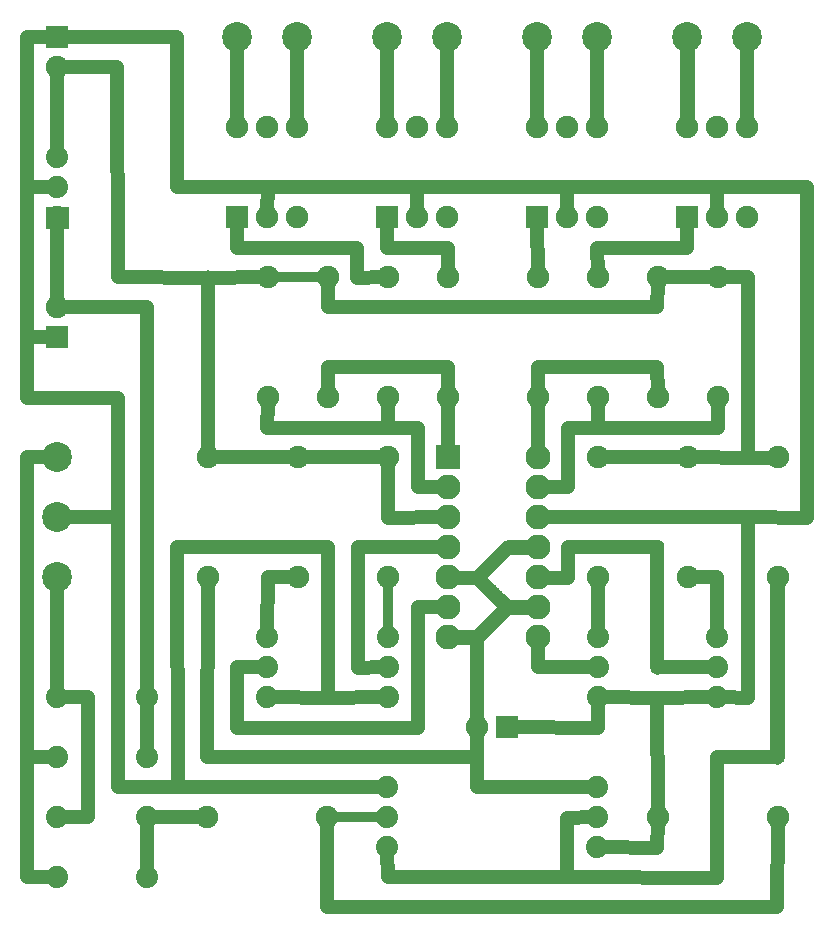
<source format=gbl>
G04 MADE WITH FRITZING*
G04 WWW.FRITZING.ORG*
G04 SINGLE SIDED*
G04 HOLES NOT PLATED*
G04 CONTOUR ON CENTER OF CONTOUR VECTOR*
%ASAXBY*%
%FSLAX23Y23*%
%MOIN*%
%OFA0B0*%
%SFA1.0B1.0*%
%ADD10C,0.075000*%
%ADD11C,0.099583*%
%ADD12C,0.074000*%
%ADD13C,0.083307*%
%ADD14R,0.075000X0.075000*%
%ADD15R,0.083307X0.083307*%
%ADD16C,0.048000*%
%ADD17C,0.032000*%
%ADD18R,0.001000X0.001000*%
%LNCOPPER0*%
G90*
G70*
G54D10*
X2300Y2397D03*
X2300Y2697D03*
X2400Y2397D03*
X2400Y2697D03*
X2500Y2397D03*
X2500Y2697D03*
X1800Y2397D03*
X1800Y2697D03*
X1900Y2397D03*
X1900Y2697D03*
X2000Y2397D03*
X2000Y2697D03*
X1300Y2397D03*
X1300Y2697D03*
X1400Y2397D03*
X1400Y2697D03*
X1500Y2397D03*
X1500Y2697D03*
X800Y2397D03*
X800Y2697D03*
X900Y2397D03*
X900Y2697D03*
X1000Y2397D03*
X1000Y2697D03*
G54D11*
X2500Y2997D03*
X2300Y2997D03*
X2000Y2997D03*
X1800Y2997D03*
X1500Y2997D03*
X1300Y2997D03*
X1000Y2997D03*
X800Y2997D03*
G54D12*
X200Y2397D03*
X200Y2497D03*
X200Y2597D03*
G54D11*
X200Y1597D03*
X200Y1397D03*
X200Y1197D03*
G54D12*
X200Y797D03*
X500Y797D03*
X200Y597D03*
X500Y597D03*
X200Y397D03*
X500Y397D03*
X200Y197D03*
X500Y197D03*
G54D10*
X200Y2997D03*
X200Y2897D03*
X200Y1997D03*
X200Y2097D03*
X1700Y697D03*
X1600Y697D03*
X700Y397D03*
X1100Y397D03*
X2001Y2197D03*
X2001Y1797D03*
X1801Y2197D03*
X1801Y1797D03*
X1501Y2197D03*
X1501Y1797D03*
X1301Y2197D03*
X1301Y1797D03*
X2401Y2197D03*
X2401Y1797D03*
X2201Y2197D03*
X2201Y1797D03*
X1101Y2197D03*
X1101Y1797D03*
X901Y2197D03*
X901Y1797D03*
X2301Y1597D03*
X2301Y1197D03*
X2001Y1597D03*
X2001Y1197D03*
X1301Y1597D03*
X1301Y1197D03*
X1001Y1597D03*
X1001Y1197D03*
X701Y1597D03*
X701Y1197D03*
X2601Y1597D03*
X2601Y1197D03*
X2602Y399D03*
X2202Y399D03*
G54D12*
X1300Y297D03*
X1300Y397D03*
X1300Y497D03*
X2000Y497D03*
X2000Y397D03*
X2000Y297D03*
X2400Y997D03*
X2400Y897D03*
X2400Y797D03*
X2001Y997D03*
X2001Y897D03*
X2001Y797D03*
X1301Y997D03*
X1301Y897D03*
X1301Y797D03*
X900Y997D03*
X900Y897D03*
X900Y797D03*
G54D13*
X1501Y1597D03*
X1801Y1597D03*
X1501Y1497D03*
X1801Y1497D03*
X1501Y1397D03*
X1801Y1397D03*
X1501Y1297D03*
X1801Y1297D03*
X1501Y1197D03*
X1801Y1197D03*
X1501Y1097D03*
X1801Y1097D03*
X1501Y997D03*
X1801Y997D03*
G54D14*
X2300Y2397D03*
X1800Y2397D03*
X1300Y2397D03*
X800Y2397D03*
X200Y2997D03*
X200Y1997D03*
X1700Y697D03*
G54D15*
X1501Y1597D03*
G54D16*
X2300Y2296D02*
X1999Y2296D01*
D02*
X1999Y2296D02*
X2001Y2214D01*
D02*
X2300Y2379D02*
X2300Y2296D01*
D02*
X1800Y2379D02*
X1801Y2214D01*
D02*
X1501Y2296D02*
X1501Y2214D01*
D02*
X1300Y2296D02*
X1501Y2296D01*
D02*
X1300Y2379D02*
X1300Y2296D01*
D02*
X1200Y2296D02*
X1200Y2196D01*
D02*
X1200Y2196D02*
X1284Y2197D01*
D02*
X799Y2296D02*
X1200Y2296D01*
D02*
X800Y2379D02*
X799Y2296D01*
D02*
X901Y2497D02*
X900Y2414D01*
D02*
X1399Y2497D02*
X1400Y2414D01*
D02*
X1900Y2497D02*
X1900Y2414D01*
D02*
X2400Y2497D02*
X2400Y2414D01*
D02*
X800Y2968D02*
X800Y2714D01*
D02*
X1000Y2968D02*
X1000Y2714D01*
D02*
X1300Y2968D02*
X1300Y2714D01*
D02*
X1500Y2968D02*
X1500Y2714D01*
D02*
X1800Y2968D02*
X1800Y2714D01*
D02*
X2000Y2968D02*
X2000Y2714D01*
D02*
X99Y1597D02*
X100Y598D01*
D02*
X100Y598D02*
X182Y597D01*
D02*
X171Y1597D02*
X99Y1597D01*
D02*
X100Y197D02*
X182Y197D01*
D02*
X100Y598D02*
X100Y197D01*
D02*
X301Y798D02*
X218Y797D01*
D02*
X301Y397D02*
X218Y397D01*
D02*
X301Y798D02*
X301Y397D01*
D02*
X2019Y1597D02*
X2284Y1597D01*
D02*
X902Y1198D02*
X984Y1197D01*
D02*
X900Y1017D02*
X902Y1198D01*
G54D17*
D02*
X1301Y1017D02*
X1301Y1179D01*
G54D16*
D02*
X2001Y1017D02*
X2001Y1179D01*
D02*
X2399Y1198D02*
X2319Y1197D01*
D02*
X2400Y1017D02*
X2399Y1198D01*
D02*
X2200Y796D02*
X2021Y797D01*
D02*
X2380Y797D02*
X2200Y796D01*
D02*
X1284Y1597D02*
X1019Y1597D01*
D02*
X1802Y1898D02*
X1801Y1814D01*
D02*
X2200Y1897D02*
X1802Y1898D01*
D02*
X2201Y1814D02*
X2200Y1897D01*
D02*
X1801Y1779D02*
X1801Y1618D01*
D02*
X2001Y1696D02*
X2001Y1779D01*
D02*
X1901Y1696D02*
X2001Y1696D01*
D02*
X1901Y1497D02*
X1901Y1696D01*
D02*
X1823Y1497D02*
X1901Y1497D01*
D02*
X2401Y1696D02*
X2401Y1779D01*
D02*
X2001Y1696D02*
X2401Y1696D01*
D02*
X1501Y1779D02*
X1501Y1618D01*
D02*
X1501Y1898D02*
X1501Y1814D01*
D02*
X1101Y1897D02*
X1501Y1898D01*
D02*
X1101Y1814D02*
X1101Y1897D01*
D02*
X1302Y1696D02*
X1301Y1779D01*
D02*
X900Y1696D02*
X1302Y1696D01*
D02*
X901Y1779D02*
X900Y1696D01*
D02*
X1401Y1497D02*
X1479Y1497D01*
D02*
X1401Y1696D02*
X1401Y1497D01*
D02*
X1302Y1696D02*
X1401Y1696D01*
D02*
X2219Y2197D02*
X2384Y2197D01*
D02*
X1802Y897D02*
X1981Y897D01*
D02*
X1801Y975D02*
X1802Y897D01*
D02*
X2502Y795D02*
X2502Y1397D01*
D02*
X2502Y1397D02*
X1823Y1397D01*
D02*
X2420Y797D02*
X2502Y795D01*
D02*
X1901Y1196D02*
X1823Y1196D01*
D02*
X1901Y1298D02*
X1901Y1196D01*
D02*
X2200Y1298D02*
X1901Y1298D01*
D02*
X2380Y897D02*
X2200Y897D01*
D02*
X1101Y796D02*
X920Y797D01*
D02*
X1281Y797D02*
X1101Y796D01*
D02*
X1201Y1297D02*
X1479Y1297D01*
D02*
X1201Y896D02*
X1201Y1297D01*
D02*
X1281Y897D02*
X1201Y896D01*
D02*
X2501Y1595D02*
X2319Y1597D01*
D02*
X2501Y2197D02*
X2501Y1595D01*
D02*
X2419Y2197D02*
X2501Y2197D01*
D02*
X884Y2197D02*
X702Y2196D01*
D02*
X1302Y1396D02*
X1479Y1397D01*
D02*
X1301Y1579D02*
X1302Y1396D01*
D02*
X1600Y997D02*
X1600Y714D01*
D02*
X1401Y1097D02*
X1479Y1097D01*
D02*
X1401Y696D02*
X1401Y1097D01*
D02*
X798Y696D02*
X1401Y696D01*
D02*
X798Y898D02*
X798Y696D01*
D02*
X880Y897D02*
X798Y898D01*
D02*
X2501Y1595D02*
X2584Y1596D01*
D02*
X1900Y2497D02*
X2400Y2497D01*
D02*
X1900Y2497D02*
X1399Y2497D01*
D02*
X1399Y2497D02*
X901Y2497D01*
D02*
X699Y598D02*
X701Y1179D01*
D02*
X1600Y598D02*
X699Y598D01*
D02*
X2001Y696D02*
X2001Y777D01*
D02*
X1718Y697D02*
X2001Y696D01*
D02*
X500Y215D02*
X500Y379D01*
D02*
X200Y2114D02*
X200Y2377D01*
D02*
X500Y2097D02*
X218Y2097D01*
D02*
X500Y815D02*
X500Y2097D01*
D02*
X500Y779D02*
X500Y615D01*
D02*
X99Y1795D02*
X99Y1998D01*
D02*
X401Y1795D02*
X99Y1795D01*
D02*
X401Y1398D02*
X401Y1795D01*
D02*
X229Y1397D02*
X401Y1398D01*
D02*
X99Y2498D02*
X180Y2497D01*
D02*
X99Y1998D02*
X99Y2498D01*
D02*
X183Y1997D02*
X99Y1998D01*
D02*
X99Y2999D02*
X183Y2997D01*
D02*
X99Y2498D02*
X99Y2999D01*
D02*
X1600Y598D02*
X1600Y679D01*
D02*
X1600Y498D02*
X1600Y598D01*
D02*
X1984Y497D02*
X1600Y498D01*
D02*
X1302Y198D02*
X1899Y198D01*
D02*
X1899Y396D02*
X1984Y397D01*
D02*
X1899Y198D02*
X1899Y396D01*
D02*
X1300Y281D02*
X1302Y198D01*
D02*
X2399Y597D02*
X2600Y597D01*
D02*
X2399Y196D02*
X2399Y597D01*
D02*
X1899Y198D02*
X2399Y196D01*
G54D17*
D02*
X1118Y397D02*
X1284Y397D01*
G54D16*
D02*
X2600Y97D02*
X1099Y97D01*
D02*
X1099Y97D02*
X1100Y379D01*
D02*
X2602Y381D02*
X2600Y97D01*
D02*
X2202Y381D02*
X2200Y296D01*
D02*
X2200Y296D02*
X2016Y297D01*
D02*
X2200Y796D02*
X2202Y416D01*
D02*
X601Y497D02*
X1284Y497D01*
D02*
X600Y1297D02*
X601Y497D01*
D02*
X1101Y1297D02*
X600Y1297D01*
D02*
X1101Y796D02*
X1101Y1297D01*
D02*
X2200Y2097D02*
X2201Y2179D01*
D02*
X1101Y2097D02*
X2200Y2097D01*
D02*
X1101Y2179D02*
X1101Y2097D01*
D02*
X2700Y2498D02*
X2400Y2497D01*
D02*
X2700Y1396D02*
X2700Y2498D01*
D02*
X2502Y1397D02*
X2700Y1396D01*
D02*
X600Y2498D02*
X600Y2999D01*
D02*
X600Y2999D02*
X218Y2997D01*
D02*
X901Y2497D02*
X600Y2498D01*
D02*
X401Y2197D02*
X702Y2196D01*
D02*
X399Y2897D02*
X401Y2197D01*
D02*
X218Y2897D02*
X399Y2897D01*
D02*
X1600Y1195D02*
X1523Y1196D01*
D02*
X401Y497D02*
X401Y1398D01*
D02*
X601Y497D02*
X401Y497D01*
D02*
X200Y815D02*
X200Y1168D01*
D02*
X984Y1597D02*
X719Y1597D01*
D02*
X200Y2879D02*
X200Y2617D01*
G54D17*
D02*
X919Y2197D02*
X1084Y2197D01*
G54D16*
D02*
X683Y397D02*
X518Y397D01*
G54D18*
X2295Y3020D02*
X2305Y3020D01*
X2496Y3020D02*
X2504Y3020D01*
X2292Y3019D02*
X2308Y3019D01*
X2492Y3019D02*
X2507Y3019D01*
X2290Y3018D02*
X2310Y3018D01*
X2490Y3018D02*
X2510Y3018D01*
X2288Y3017D02*
X2312Y3017D01*
X2488Y3017D02*
X2512Y3017D01*
X2287Y3016D02*
X2313Y3016D01*
X2487Y3016D02*
X2513Y3016D01*
X2285Y3015D02*
X2315Y3015D01*
X2485Y3015D02*
X2515Y3015D01*
X2284Y3014D02*
X2316Y3014D01*
X2484Y3014D02*
X2516Y3014D01*
X2283Y3013D02*
X2317Y3013D01*
X2483Y3013D02*
X2517Y3013D01*
X2282Y3012D02*
X2318Y3012D01*
X2482Y3012D02*
X2518Y3012D01*
X2281Y3011D02*
X2319Y3011D01*
X2482Y3011D02*
X2518Y3011D01*
X2281Y3010D02*
X2319Y3010D01*
X2481Y3010D02*
X2519Y3010D01*
X2280Y3009D02*
X2320Y3009D01*
X2480Y3009D02*
X2520Y3009D01*
X2280Y3008D02*
X2320Y3008D01*
X2480Y3008D02*
X2520Y3008D01*
X2279Y3007D02*
X2321Y3007D01*
X2479Y3007D02*
X2521Y3007D01*
X2278Y3006D02*
X2322Y3006D01*
X2478Y3006D02*
X2521Y3006D01*
X2278Y3005D02*
X2322Y3005D01*
X2478Y3005D02*
X2522Y3005D01*
X2278Y3004D02*
X2322Y3004D01*
X2478Y3004D02*
X2522Y3004D01*
X2277Y3003D02*
X2323Y3003D01*
X2477Y3003D02*
X2522Y3003D01*
X2277Y3002D02*
X2323Y3002D01*
X2477Y3002D02*
X2523Y3002D01*
X2277Y3001D02*
X2323Y3001D01*
X2477Y3001D02*
X2523Y3001D01*
X2277Y3000D02*
X2323Y3000D01*
X2477Y3000D02*
X2523Y3000D01*
X2277Y2999D02*
X2323Y2999D01*
X2477Y2999D02*
X2523Y2999D01*
X2277Y2998D02*
X2323Y2998D01*
X2477Y2998D02*
X2523Y2998D01*
X2277Y2997D02*
X2323Y2997D01*
X2477Y2997D02*
X2523Y2997D01*
X2277Y2996D02*
X2324Y2996D01*
X2476Y2996D02*
X2523Y2996D01*
X2277Y2995D02*
X2324Y2995D01*
X2476Y2995D02*
X2523Y2995D01*
X2277Y2994D02*
X2324Y2994D01*
X2476Y2994D02*
X2523Y2994D01*
X2277Y2993D02*
X2324Y2993D01*
X2476Y2993D02*
X2523Y2993D01*
X2277Y2992D02*
X2324Y2992D01*
X2476Y2992D02*
X2523Y2992D01*
X2277Y2991D02*
X2324Y2991D01*
X2476Y2991D02*
X2523Y2991D01*
X2277Y2990D02*
X2324Y2990D01*
X2476Y2990D02*
X2523Y2990D01*
X2277Y2989D02*
X2324Y2989D01*
X2476Y2989D02*
X2523Y2989D01*
X2277Y2988D02*
X2324Y2988D01*
X2476Y2988D02*
X2523Y2988D01*
X2277Y2987D02*
X2324Y2987D01*
X2476Y2987D02*
X2523Y2987D01*
X2277Y2986D02*
X2324Y2986D01*
X2476Y2986D02*
X2523Y2986D01*
X2277Y2985D02*
X2324Y2985D01*
X2476Y2985D02*
X2523Y2985D01*
X2277Y2984D02*
X2324Y2984D01*
X2476Y2984D02*
X2523Y2984D01*
X2277Y2983D02*
X2324Y2983D01*
X2476Y2983D02*
X2523Y2983D01*
X2277Y2982D02*
X2324Y2982D01*
X2476Y2982D02*
X2523Y2982D01*
X2277Y2981D02*
X2324Y2981D01*
X2476Y2981D02*
X2523Y2981D01*
X2277Y2980D02*
X2324Y2980D01*
X2476Y2980D02*
X2523Y2980D01*
X2277Y2979D02*
X2324Y2979D01*
X2476Y2979D02*
X2523Y2979D01*
X2277Y2978D02*
X2324Y2978D01*
X2476Y2978D02*
X2523Y2978D01*
X2277Y2977D02*
X2324Y2977D01*
X2476Y2977D02*
X2523Y2977D01*
X2277Y2976D02*
X2324Y2976D01*
X2476Y2976D02*
X2523Y2976D01*
X2277Y2975D02*
X2324Y2975D01*
X2476Y2975D02*
X2523Y2975D01*
X2277Y2974D02*
X2324Y2974D01*
X2476Y2974D02*
X2523Y2974D01*
X2277Y2973D02*
X2324Y2973D01*
X2476Y2973D02*
X2523Y2973D01*
X2277Y2972D02*
X2324Y2972D01*
X2476Y2972D02*
X2523Y2972D01*
X2277Y2971D02*
X2324Y2971D01*
X2476Y2971D02*
X2523Y2971D01*
X2277Y2970D02*
X2324Y2970D01*
X2476Y2970D02*
X2523Y2970D01*
X2277Y2969D02*
X2324Y2969D01*
X2476Y2969D02*
X2523Y2969D01*
X2277Y2968D02*
X2324Y2968D01*
X2476Y2968D02*
X2523Y2968D01*
X2277Y2967D02*
X2324Y2967D01*
X2476Y2967D02*
X2523Y2967D01*
X2277Y2966D02*
X2324Y2966D01*
X2476Y2966D02*
X2523Y2966D01*
X2277Y2965D02*
X2324Y2965D01*
X2476Y2965D02*
X2523Y2965D01*
X2277Y2964D02*
X2324Y2964D01*
X2476Y2964D02*
X2523Y2964D01*
X2277Y2963D02*
X2324Y2963D01*
X2476Y2963D02*
X2523Y2963D01*
X2277Y2962D02*
X2324Y2962D01*
X2476Y2962D02*
X2523Y2962D01*
X2277Y2961D02*
X2324Y2961D01*
X2476Y2961D02*
X2523Y2961D01*
X2277Y2960D02*
X2324Y2960D01*
X2476Y2960D02*
X2523Y2960D01*
X2277Y2959D02*
X2324Y2959D01*
X2476Y2959D02*
X2523Y2959D01*
X2277Y2958D02*
X2324Y2958D01*
X2476Y2958D02*
X2523Y2958D01*
X2277Y2957D02*
X2324Y2957D01*
X2476Y2957D02*
X2523Y2957D01*
X2277Y2956D02*
X2324Y2956D01*
X2476Y2956D02*
X2523Y2956D01*
X2277Y2955D02*
X2324Y2955D01*
X2476Y2955D02*
X2523Y2955D01*
X2277Y2954D02*
X2324Y2954D01*
X2476Y2954D02*
X2523Y2954D01*
X2277Y2953D02*
X2324Y2953D01*
X2476Y2953D02*
X2523Y2953D01*
X2277Y2952D02*
X2324Y2952D01*
X2476Y2952D02*
X2523Y2952D01*
X2277Y2951D02*
X2324Y2951D01*
X2476Y2951D02*
X2523Y2951D01*
X2277Y2950D02*
X2324Y2950D01*
X2476Y2950D02*
X2523Y2950D01*
X2277Y2949D02*
X2324Y2949D01*
X2476Y2949D02*
X2523Y2949D01*
X2277Y2948D02*
X2324Y2948D01*
X2476Y2948D02*
X2523Y2948D01*
X2277Y2947D02*
X2324Y2947D01*
X2476Y2947D02*
X2523Y2947D01*
X2277Y2946D02*
X2324Y2946D01*
X2476Y2946D02*
X2523Y2946D01*
X2277Y2945D02*
X2324Y2945D01*
X2476Y2945D02*
X2523Y2945D01*
X2277Y2944D02*
X2324Y2944D01*
X2476Y2944D02*
X2523Y2944D01*
X2277Y2943D02*
X2324Y2943D01*
X2476Y2943D02*
X2523Y2943D01*
X2277Y2942D02*
X2324Y2942D01*
X2476Y2942D02*
X2523Y2942D01*
X2277Y2941D02*
X2324Y2941D01*
X2476Y2941D02*
X2523Y2941D01*
X2277Y2940D02*
X2324Y2940D01*
X2476Y2940D02*
X2523Y2940D01*
X2277Y2939D02*
X2324Y2939D01*
X2476Y2939D02*
X2523Y2939D01*
X2277Y2938D02*
X2324Y2938D01*
X2476Y2938D02*
X2523Y2938D01*
X2277Y2937D02*
X2324Y2937D01*
X2476Y2937D02*
X2523Y2937D01*
X2277Y2936D02*
X2324Y2936D01*
X2476Y2936D02*
X2523Y2936D01*
X2277Y2935D02*
X2324Y2935D01*
X2476Y2935D02*
X2523Y2935D01*
X2277Y2934D02*
X2324Y2934D01*
X2476Y2934D02*
X2523Y2934D01*
X2277Y2933D02*
X2324Y2933D01*
X2476Y2933D02*
X2523Y2933D01*
X2277Y2932D02*
X2324Y2932D01*
X2476Y2932D02*
X2523Y2932D01*
X2277Y2931D02*
X2324Y2931D01*
X2476Y2931D02*
X2523Y2931D01*
X2277Y2930D02*
X2324Y2930D01*
X2476Y2930D02*
X2523Y2930D01*
X2277Y2929D02*
X2324Y2929D01*
X2476Y2929D02*
X2523Y2929D01*
X2277Y2928D02*
X2324Y2928D01*
X2476Y2928D02*
X2523Y2928D01*
X2277Y2927D02*
X2324Y2927D01*
X2476Y2927D02*
X2523Y2927D01*
X2277Y2926D02*
X2324Y2926D01*
X2476Y2926D02*
X2523Y2926D01*
X2277Y2925D02*
X2324Y2925D01*
X2476Y2925D02*
X2523Y2925D01*
X2277Y2924D02*
X2324Y2924D01*
X2476Y2924D02*
X2523Y2924D01*
X2277Y2923D02*
X2324Y2923D01*
X2476Y2923D02*
X2523Y2923D01*
X2277Y2922D02*
X2324Y2922D01*
X2476Y2922D02*
X2523Y2922D01*
X2277Y2921D02*
X2324Y2921D01*
X2476Y2921D02*
X2523Y2921D01*
X2277Y2920D02*
X2324Y2920D01*
X2476Y2920D02*
X2523Y2920D01*
X2277Y2919D02*
X2324Y2919D01*
X2476Y2919D02*
X2523Y2919D01*
X2277Y2918D02*
X2324Y2918D01*
X2476Y2918D02*
X2523Y2918D01*
X2277Y2917D02*
X2324Y2917D01*
X2476Y2917D02*
X2523Y2917D01*
X2277Y2916D02*
X2324Y2916D01*
X2476Y2916D02*
X2523Y2916D01*
X2277Y2915D02*
X2324Y2915D01*
X2476Y2915D02*
X2523Y2915D01*
X2277Y2914D02*
X2324Y2914D01*
X2476Y2914D02*
X2523Y2914D01*
X2277Y2913D02*
X2324Y2913D01*
X2476Y2913D02*
X2523Y2913D01*
X2277Y2912D02*
X2324Y2912D01*
X2476Y2912D02*
X2523Y2912D01*
X2277Y2911D02*
X2324Y2911D01*
X2476Y2911D02*
X2523Y2911D01*
X2277Y2910D02*
X2324Y2910D01*
X2476Y2910D02*
X2523Y2910D01*
X2277Y2909D02*
X2324Y2909D01*
X2476Y2909D02*
X2523Y2909D01*
X2277Y2908D02*
X2324Y2908D01*
X2476Y2908D02*
X2523Y2908D01*
X2277Y2907D02*
X2324Y2907D01*
X2476Y2907D02*
X2523Y2907D01*
X2277Y2906D02*
X2324Y2906D01*
X2476Y2906D02*
X2523Y2906D01*
X2277Y2905D02*
X2324Y2905D01*
X2476Y2905D02*
X2523Y2905D01*
X2277Y2904D02*
X2324Y2904D01*
X2476Y2904D02*
X2523Y2904D01*
X2277Y2903D02*
X2324Y2903D01*
X2476Y2903D02*
X2523Y2903D01*
X2277Y2902D02*
X2324Y2902D01*
X2476Y2902D02*
X2523Y2902D01*
X2277Y2901D02*
X2324Y2901D01*
X2476Y2901D02*
X2523Y2901D01*
X2277Y2900D02*
X2324Y2900D01*
X2476Y2900D02*
X2523Y2900D01*
X2277Y2899D02*
X2324Y2899D01*
X2476Y2899D02*
X2523Y2899D01*
X2277Y2898D02*
X2324Y2898D01*
X2476Y2898D02*
X2523Y2898D01*
X2277Y2897D02*
X2324Y2897D01*
X2476Y2897D02*
X2523Y2897D01*
X2277Y2896D02*
X2324Y2896D01*
X2476Y2896D02*
X2523Y2896D01*
X2277Y2895D02*
X2324Y2895D01*
X2476Y2895D02*
X2523Y2895D01*
X2277Y2894D02*
X2324Y2894D01*
X2476Y2894D02*
X2523Y2894D01*
X2277Y2893D02*
X2324Y2893D01*
X2476Y2893D02*
X2523Y2893D01*
X2277Y2892D02*
X2324Y2892D01*
X2476Y2892D02*
X2523Y2892D01*
X2277Y2891D02*
X2324Y2891D01*
X2476Y2891D02*
X2523Y2891D01*
X2277Y2890D02*
X2324Y2890D01*
X2476Y2890D02*
X2523Y2890D01*
X2277Y2889D02*
X2324Y2889D01*
X2476Y2889D02*
X2523Y2889D01*
X2277Y2888D02*
X2324Y2888D01*
X2476Y2888D02*
X2523Y2888D01*
X2277Y2887D02*
X2324Y2887D01*
X2476Y2887D02*
X2523Y2887D01*
X2277Y2886D02*
X2324Y2886D01*
X2476Y2886D02*
X2523Y2886D01*
X2277Y2885D02*
X2324Y2885D01*
X2476Y2885D02*
X2523Y2885D01*
X2277Y2884D02*
X2324Y2884D01*
X2476Y2884D02*
X2523Y2884D01*
X2277Y2883D02*
X2324Y2883D01*
X2476Y2883D02*
X2523Y2883D01*
X2277Y2882D02*
X2324Y2882D01*
X2476Y2882D02*
X2523Y2882D01*
X2277Y2881D02*
X2324Y2881D01*
X2476Y2881D02*
X2523Y2881D01*
X2277Y2880D02*
X2324Y2880D01*
X2476Y2880D02*
X2523Y2880D01*
X2277Y2879D02*
X2324Y2879D01*
X2476Y2879D02*
X2523Y2879D01*
X2277Y2878D02*
X2324Y2878D01*
X2476Y2878D02*
X2523Y2878D01*
X2277Y2877D02*
X2324Y2877D01*
X2476Y2877D02*
X2523Y2877D01*
X2277Y2876D02*
X2324Y2876D01*
X2476Y2876D02*
X2523Y2876D01*
X2277Y2875D02*
X2324Y2875D01*
X2476Y2875D02*
X2523Y2875D01*
X2277Y2874D02*
X2324Y2874D01*
X2476Y2874D02*
X2523Y2874D01*
X2277Y2873D02*
X2324Y2873D01*
X2476Y2873D02*
X2523Y2873D01*
X2277Y2872D02*
X2324Y2872D01*
X2476Y2872D02*
X2523Y2872D01*
X2277Y2871D02*
X2324Y2871D01*
X2476Y2871D02*
X2523Y2871D01*
X2277Y2870D02*
X2324Y2870D01*
X2476Y2870D02*
X2523Y2870D01*
X2277Y2869D02*
X2324Y2869D01*
X2476Y2869D02*
X2523Y2869D01*
X2277Y2868D02*
X2324Y2868D01*
X2476Y2868D02*
X2523Y2868D01*
X2277Y2867D02*
X2324Y2867D01*
X2476Y2867D02*
X2523Y2867D01*
X2277Y2866D02*
X2324Y2866D01*
X2476Y2866D02*
X2523Y2866D01*
X2277Y2865D02*
X2324Y2865D01*
X2476Y2865D02*
X2523Y2865D01*
X2277Y2864D02*
X2324Y2864D01*
X2476Y2864D02*
X2523Y2864D01*
X2277Y2863D02*
X2324Y2863D01*
X2476Y2863D02*
X2523Y2863D01*
X2277Y2862D02*
X2324Y2862D01*
X2476Y2862D02*
X2523Y2862D01*
X2277Y2861D02*
X2324Y2861D01*
X2476Y2861D02*
X2523Y2861D01*
X2277Y2860D02*
X2324Y2860D01*
X2476Y2860D02*
X2523Y2860D01*
X2277Y2859D02*
X2324Y2859D01*
X2476Y2859D02*
X2523Y2859D01*
X2277Y2858D02*
X2324Y2858D01*
X2476Y2858D02*
X2523Y2858D01*
X2277Y2857D02*
X2324Y2857D01*
X2476Y2857D02*
X2523Y2857D01*
X2277Y2856D02*
X2324Y2856D01*
X2476Y2856D02*
X2523Y2856D01*
X2277Y2855D02*
X2324Y2855D01*
X2476Y2855D02*
X2523Y2855D01*
X2277Y2854D02*
X2324Y2854D01*
X2476Y2854D02*
X2523Y2854D01*
X2277Y2853D02*
X2324Y2853D01*
X2476Y2853D02*
X2523Y2853D01*
X2277Y2852D02*
X2324Y2852D01*
X2476Y2852D02*
X2523Y2852D01*
X2277Y2851D02*
X2324Y2851D01*
X2476Y2851D02*
X2523Y2851D01*
X2277Y2850D02*
X2324Y2850D01*
X2476Y2850D02*
X2523Y2850D01*
X2277Y2849D02*
X2324Y2849D01*
X2476Y2849D02*
X2523Y2849D01*
X2277Y2848D02*
X2324Y2848D01*
X2476Y2848D02*
X2523Y2848D01*
X2277Y2847D02*
X2324Y2847D01*
X2476Y2847D02*
X2523Y2847D01*
X2277Y2846D02*
X2324Y2846D01*
X2476Y2846D02*
X2523Y2846D01*
X2277Y2845D02*
X2324Y2845D01*
X2476Y2845D02*
X2523Y2845D01*
X2277Y2844D02*
X2324Y2844D01*
X2476Y2844D02*
X2523Y2844D01*
X2277Y2843D02*
X2324Y2843D01*
X2476Y2843D02*
X2523Y2843D01*
X2277Y2842D02*
X2324Y2842D01*
X2476Y2842D02*
X2523Y2842D01*
X2277Y2841D02*
X2324Y2841D01*
X2476Y2841D02*
X2523Y2841D01*
X2277Y2840D02*
X2324Y2840D01*
X2476Y2840D02*
X2523Y2840D01*
X2277Y2839D02*
X2324Y2839D01*
X2476Y2839D02*
X2523Y2839D01*
X2277Y2838D02*
X2324Y2838D01*
X2476Y2838D02*
X2523Y2838D01*
X2277Y2837D02*
X2324Y2837D01*
X2476Y2837D02*
X2523Y2837D01*
X2277Y2836D02*
X2324Y2836D01*
X2476Y2836D02*
X2523Y2836D01*
X2277Y2835D02*
X2324Y2835D01*
X2476Y2835D02*
X2523Y2835D01*
X2277Y2834D02*
X2324Y2834D01*
X2476Y2834D02*
X2523Y2834D01*
X2277Y2833D02*
X2324Y2833D01*
X2476Y2833D02*
X2523Y2833D01*
X2277Y2832D02*
X2324Y2832D01*
X2476Y2832D02*
X2523Y2832D01*
X2277Y2831D02*
X2324Y2831D01*
X2476Y2831D02*
X2523Y2831D01*
X2277Y2830D02*
X2324Y2830D01*
X2476Y2830D02*
X2523Y2830D01*
X2277Y2829D02*
X2324Y2829D01*
X2476Y2829D02*
X2523Y2829D01*
X2277Y2828D02*
X2324Y2828D01*
X2476Y2828D02*
X2523Y2828D01*
X2277Y2827D02*
X2324Y2827D01*
X2476Y2827D02*
X2523Y2827D01*
X2277Y2826D02*
X2324Y2826D01*
X2476Y2826D02*
X2523Y2826D01*
X2277Y2825D02*
X2324Y2825D01*
X2476Y2825D02*
X2523Y2825D01*
X2277Y2824D02*
X2324Y2824D01*
X2476Y2824D02*
X2523Y2824D01*
X2277Y2823D02*
X2324Y2823D01*
X2476Y2823D02*
X2523Y2823D01*
X2277Y2822D02*
X2324Y2822D01*
X2476Y2822D02*
X2523Y2822D01*
X2277Y2821D02*
X2324Y2821D01*
X2476Y2821D02*
X2523Y2821D01*
X2277Y2820D02*
X2324Y2820D01*
X2476Y2820D02*
X2523Y2820D01*
X2277Y2819D02*
X2324Y2819D01*
X2476Y2819D02*
X2523Y2819D01*
X2277Y2818D02*
X2324Y2818D01*
X2476Y2818D02*
X2523Y2818D01*
X2277Y2817D02*
X2324Y2817D01*
X2476Y2817D02*
X2523Y2817D01*
X2277Y2816D02*
X2324Y2816D01*
X2476Y2816D02*
X2523Y2816D01*
X2277Y2815D02*
X2324Y2815D01*
X2476Y2815D02*
X2523Y2815D01*
X2277Y2814D02*
X2324Y2814D01*
X2476Y2814D02*
X2523Y2814D01*
X2277Y2813D02*
X2324Y2813D01*
X2476Y2813D02*
X2523Y2813D01*
X2277Y2812D02*
X2324Y2812D01*
X2476Y2812D02*
X2523Y2812D01*
X2277Y2811D02*
X2324Y2811D01*
X2476Y2811D02*
X2523Y2811D01*
X2277Y2810D02*
X2324Y2810D01*
X2476Y2810D02*
X2523Y2810D01*
X2277Y2809D02*
X2324Y2809D01*
X2476Y2809D02*
X2523Y2809D01*
X2277Y2808D02*
X2324Y2808D01*
X2476Y2808D02*
X2523Y2808D01*
X2277Y2807D02*
X2324Y2807D01*
X2476Y2807D02*
X2523Y2807D01*
X2277Y2806D02*
X2324Y2806D01*
X2476Y2806D02*
X2523Y2806D01*
X2277Y2805D02*
X2324Y2805D01*
X2476Y2805D02*
X2523Y2805D01*
X2277Y2804D02*
X2324Y2804D01*
X2476Y2804D02*
X2523Y2804D01*
X2277Y2803D02*
X2324Y2803D01*
X2476Y2803D02*
X2523Y2803D01*
X2277Y2802D02*
X2324Y2802D01*
X2476Y2802D02*
X2523Y2802D01*
X2277Y2801D02*
X2324Y2801D01*
X2476Y2801D02*
X2523Y2801D01*
X2277Y2800D02*
X2324Y2800D01*
X2476Y2800D02*
X2523Y2800D01*
X2277Y2799D02*
X2324Y2799D01*
X2476Y2799D02*
X2523Y2799D01*
X2277Y2798D02*
X2324Y2798D01*
X2476Y2798D02*
X2523Y2798D01*
X2277Y2797D02*
X2324Y2797D01*
X2476Y2797D02*
X2523Y2797D01*
X2277Y2796D02*
X2324Y2796D01*
X2476Y2796D02*
X2523Y2796D01*
X2277Y2795D02*
X2324Y2795D01*
X2476Y2795D02*
X2523Y2795D01*
X2277Y2794D02*
X2324Y2794D01*
X2476Y2794D02*
X2523Y2794D01*
X2277Y2793D02*
X2324Y2793D01*
X2476Y2793D02*
X2523Y2793D01*
X2277Y2792D02*
X2324Y2792D01*
X2476Y2792D02*
X2523Y2792D01*
X2277Y2791D02*
X2324Y2791D01*
X2476Y2791D02*
X2523Y2791D01*
X2277Y2790D02*
X2324Y2790D01*
X2476Y2790D02*
X2523Y2790D01*
X2277Y2789D02*
X2324Y2789D01*
X2476Y2789D02*
X2523Y2789D01*
X2277Y2788D02*
X2324Y2788D01*
X2476Y2788D02*
X2523Y2788D01*
X2277Y2787D02*
X2324Y2787D01*
X2476Y2787D02*
X2523Y2787D01*
X2277Y2786D02*
X2324Y2786D01*
X2476Y2786D02*
X2523Y2786D01*
X2277Y2785D02*
X2324Y2785D01*
X2476Y2785D02*
X2523Y2785D01*
X2277Y2784D02*
X2324Y2784D01*
X2476Y2784D02*
X2523Y2784D01*
X2277Y2783D02*
X2324Y2783D01*
X2476Y2783D02*
X2523Y2783D01*
X2277Y2782D02*
X2324Y2782D01*
X2476Y2782D02*
X2523Y2782D01*
X2277Y2781D02*
X2324Y2781D01*
X2476Y2781D02*
X2523Y2781D01*
X2277Y2780D02*
X2324Y2780D01*
X2476Y2780D02*
X2523Y2780D01*
X2277Y2779D02*
X2324Y2779D01*
X2476Y2779D02*
X2523Y2779D01*
X2277Y2778D02*
X2324Y2778D01*
X2476Y2778D02*
X2523Y2778D01*
X2277Y2777D02*
X2324Y2777D01*
X2476Y2777D02*
X2523Y2777D01*
X2277Y2776D02*
X2324Y2776D01*
X2476Y2776D02*
X2523Y2776D01*
X2277Y2775D02*
X2324Y2775D01*
X2476Y2775D02*
X2523Y2775D01*
X2277Y2774D02*
X2324Y2774D01*
X2476Y2774D02*
X2523Y2774D01*
X2277Y2773D02*
X2324Y2773D01*
X2476Y2773D02*
X2523Y2773D01*
X2277Y2772D02*
X2324Y2772D01*
X2476Y2772D02*
X2523Y2772D01*
X2277Y2771D02*
X2324Y2771D01*
X2476Y2771D02*
X2523Y2771D01*
X2277Y2770D02*
X2324Y2770D01*
X2476Y2770D02*
X2523Y2770D01*
X2277Y2769D02*
X2324Y2769D01*
X2476Y2769D02*
X2523Y2769D01*
X2277Y2768D02*
X2324Y2768D01*
X2476Y2768D02*
X2523Y2768D01*
X2277Y2767D02*
X2324Y2767D01*
X2476Y2767D02*
X2523Y2767D01*
X2277Y2766D02*
X2324Y2766D01*
X2476Y2766D02*
X2523Y2766D01*
X2277Y2765D02*
X2324Y2765D01*
X2476Y2765D02*
X2523Y2765D01*
X2277Y2764D02*
X2324Y2764D01*
X2476Y2764D02*
X2523Y2764D01*
X2277Y2763D02*
X2324Y2763D01*
X2476Y2763D02*
X2523Y2763D01*
X2277Y2762D02*
X2324Y2762D01*
X2476Y2762D02*
X2523Y2762D01*
X2277Y2761D02*
X2324Y2761D01*
X2476Y2761D02*
X2523Y2761D01*
X2277Y2760D02*
X2324Y2760D01*
X2476Y2760D02*
X2523Y2760D01*
X2277Y2759D02*
X2324Y2759D01*
X2476Y2759D02*
X2523Y2759D01*
X2277Y2758D02*
X2324Y2758D01*
X2476Y2758D02*
X2523Y2758D01*
X2277Y2757D02*
X2324Y2757D01*
X2476Y2757D02*
X2523Y2757D01*
X2277Y2756D02*
X2324Y2756D01*
X2476Y2756D02*
X2523Y2756D01*
X2277Y2755D02*
X2324Y2755D01*
X2476Y2755D02*
X2523Y2755D01*
X2277Y2754D02*
X2324Y2754D01*
X2476Y2754D02*
X2523Y2754D01*
X2277Y2753D02*
X2324Y2753D01*
X2476Y2753D02*
X2523Y2753D01*
X2277Y2752D02*
X2324Y2752D01*
X2476Y2752D02*
X2523Y2752D01*
X2277Y2751D02*
X2324Y2751D01*
X2476Y2751D02*
X2523Y2751D01*
X2277Y2750D02*
X2324Y2750D01*
X2476Y2750D02*
X2523Y2750D01*
X2277Y2749D02*
X2324Y2749D01*
X2476Y2749D02*
X2523Y2749D01*
X2277Y2748D02*
X2324Y2748D01*
X2476Y2748D02*
X2523Y2748D01*
X2277Y2747D02*
X2324Y2747D01*
X2476Y2747D02*
X2523Y2747D01*
X2277Y2746D02*
X2324Y2746D01*
X2476Y2746D02*
X2523Y2746D01*
X2277Y2745D02*
X2324Y2745D01*
X2476Y2745D02*
X2523Y2745D01*
X2277Y2744D02*
X2324Y2744D01*
X2476Y2744D02*
X2523Y2744D01*
X2277Y2743D02*
X2324Y2743D01*
X2476Y2743D02*
X2523Y2743D01*
X2277Y2742D02*
X2324Y2742D01*
X2476Y2742D02*
X2523Y2742D01*
X2277Y2741D02*
X2324Y2741D01*
X2476Y2741D02*
X2523Y2741D01*
X2277Y2740D02*
X2324Y2740D01*
X2476Y2740D02*
X2523Y2740D01*
X2277Y2739D02*
X2324Y2739D01*
X2476Y2739D02*
X2523Y2739D01*
X2277Y2738D02*
X2324Y2738D01*
X2476Y2738D02*
X2523Y2738D01*
X2277Y2737D02*
X2324Y2737D01*
X2476Y2737D02*
X2523Y2737D01*
X2277Y2736D02*
X2324Y2736D01*
X2476Y2736D02*
X2523Y2736D01*
X2277Y2735D02*
X2324Y2735D01*
X2476Y2735D02*
X2523Y2735D01*
X2277Y2734D02*
X2324Y2734D01*
X2476Y2734D02*
X2523Y2734D01*
X2277Y2733D02*
X2324Y2733D01*
X2476Y2733D02*
X2523Y2733D01*
X2277Y2732D02*
X2324Y2732D01*
X2476Y2732D02*
X2523Y2732D01*
X2277Y2731D02*
X2324Y2731D01*
X2476Y2731D02*
X2523Y2731D01*
X2277Y2730D02*
X2324Y2730D01*
X2476Y2730D02*
X2523Y2730D01*
X2277Y2729D02*
X2324Y2729D01*
X2476Y2729D02*
X2523Y2729D01*
X2277Y2728D02*
X2324Y2728D01*
X2476Y2728D02*
X2523Y2728D01*
X2277Y2727D02*
X2324Y2727D01*
X2476Y2727D02*
X2523Y2727D01*
X2277Y2726D02*
X2324Y2726D01*
X2476Y2726D02*
X2523Y2726D01*
X2277Y2725D02*
X2324Y2725D01*
X2476Y2725D02*
X2523Y2725D01*
X2277Y2724D02*
X2324Y2724D01*
X2476Y2724D02*
X2523Y2724D01*
X2277Y2723D02*
X2324Y2723D01*
X2476Y2723D02*
X2523Y2723D01*
X2277Y2722D02*
X2324Y2722D01*
X2476Y2722D02*
X2523Y2722D01*
X2277Y2721D02*
X2324Y2721D01*
X2476Y2721D02*
X2523Y2721D01*
X2277Y2720D02*
X2324Y2720D01*
X2476Y2720D02*
X2523Y2720D01*
X2277Y2719D02*
X2324Y2719D01*
X2476Y2719D02*
X2523Y2719D01*
X2277Y2718D02*
X2324Y2718D01*
X2476Y2718D02*
X2523Y2718D01*
X2277Y2717D02*
X2324Y2717D01*
X2476Y2717D02*
X2523Y2717D01*
X2277Y2716D02*
X2324Y2716D01*
X2476Y2716D02*
X2523Y2716D01*
X2277Y2715D02*
X2324Y2715D01*
X2476Y2715D02*
X2523Y2715D01*
X2277Y2714D02*
X2324Y2714D01*
X2476Y2714D02*
X2523Y2714D01*
X2277Y2713D02*
X2324Y2713D01*
X2476Y2713D02*
X2523Y2713D01*
X2277Y2712D02*
X2324Y2712D01*
X2476Y2712D02*
X2523Y2712D01*
X2277Y2711D02*
X2324Y2711D01*
X2476Y2711D02*
X2523Y2711D01*
X2277Y2710D02*
X2324Y2710D01*
X2476Y2710D02*
X2523Y2710D01*
X2277Y2709D02*
X2324Y2709D01*
X2476Y2709D02*
X2523Y2709D01*
X2277Y2708D02*
X2324Y2708D01*
X2476Y2708D02*
X2523Y2708D01*
X2277Y2707D02*
X2324Y2707D01*
X2476Y2707D02*
X2523Y2707D01*
X2277Y2706D02*
X2324Y2706D01*
X2476Y2706D02*
X2523Y2706D01*
X2277Y2705D02*
X2324Y2705D01*
X2476Y2705D02*
X2523Y2705D01*
X2277Y2704D02*
X2324Y2704D01*
X2476Y2704D02*
X2523Y2704D01*
X2277Y2703D02*
X2324Y2703D01*
X2476Y2703D02*
X2523Y2703D01*
X2277Y2702D02*
X2324Y2702D01*
X2476Y2702D02*
X2523Y2702D01*
X2277Y2701D02*
X2324Y2701D01*
X2476Y2701D02*
X2523Y2701D01*
X2277Y2700D02*
X2324Y2700D01*
X2476Y2700D02*
X2523Y2700D01*
X2277Y2699D02*
X2324Y2699D01*
X2476Y2699D02*
X2523Y2699D01*
X2277Y2698D02*
X2324Y2698D01*
X2476Y2698D02*
X2523Y2698D01*
X2277Y2697D02*
X2324Y2697D01*
X2476Y2697D02*
X2523Y2697D01*
X2277Y2696D02*
X2323Y2696D01*
X2477Y2696D02*
X2523Y2696D01*
X2277Y2695D02*
X2323Y2695D01*
X2477Y2695D02*
X2523Y2695D01*
X2277Y2694D02*
X2323Y2694D01*
X2477Y2694D02*
X2523Y2694D01*
X2277Y2693D02*
X2323Y2693D01*
X2477Y2693D02*
X2523Y2693D01*
X2277Y2692D02*
X2323Y2692D01*
X2477Y2692D02*
X2523Y2692D01*
X2277Y2691D02*
X2323Y2691D01*
X2477Y2691D02*
X2523Y2691D01*
X2278Y2690D02*
X2322Y2690D01*
X2478Y2690D02*
X2522Y2690D01*
X2278Y2689D02*
X2322Y2689D01*
X2478Y2689D02*
X2522Y2689D01*
X2278Y2688D02*
X2322Y2688D01*
X2478Y2688D02*
X2522Y2688D01*
X2279Y2687D02*
X2321Y2687D01*
X2479Y2687D02*
X2521Y2687D01*
X2279Y2686D02*
X2321Y2686D01*
X2479Y2686D02*
X2521Y2686D01*
X2280Y2685D02*
X2320Y2685D01*
X2480Y2685D02*
X2520Y2685D01*
X2280Y2684D02*
X2320Y2684D01*
X2480Y2684D02*
X2520Y2684D01*
X2281Y2683D02*
X2319Y2683D01*
X2481Y2683D02*
X2519Y2683D01*
X2282Y2682D02*
X2318Y2682D01*
X2482Y2682D02*
X2518Y2682D01*
X2282Y2681D02*
X2318Y2681D01*
X2482Y2681D02*
X2518Y2681D01*
X2283Y2680D02*
X2317Y2680D01*
X2483Y2680D02*
X2517Y2680D01*
X2284Y2679D02*
X2316Y2679D01*
X2484Y2679D02*
X2516Y2679D01*
X2286Y2678D02*
X2314Y2678D01*
X2486Y2678D02*
X2514Y2678D01*
X2287Y2677D02*
X2313Y2677D01*
X2487Y2677D02*
X2513Y2677D01*
X2288Y2676D02*
X2312Y2676D01*
X2488Y2676D02*
X2511Y2676D01*
X2290Y2675D02*
X2310Y2675D01*
X2490Y2675D02*
X2510Y2675D01*
X2293Y2674D02*
X2307Y2674D01*
X2493Y2674D02*
X2507Y2674D01*
X2297Y2673D02*
X2303Y2673D01*
X2497Y2673D02*
X2503Y2673D01*
X164Y2433D02*
X237Y2433D01*
X164Y2432D02*
X237Y2432D01*
X164Y2431D02*
X237Y2431D01*
X164Y2430D02*
X237Y2430D01*
X164Y2429D02*
X237Y2429D01*
X164Y2428D02*
X237Y2428D01*
X164Y2427D02*
X237Y2427D01*
X164Y2426D02*
X237Y2426D01*
X164Y2425D02*
X237Y2425D01*
X164Y2424D02*
X237Y2424D01*
X164Y2423D02*
X237Y2423D01*
X164Y2422D02*
X237Y2422D01*
X164Y2421D02*
X237Y2421D01*
X164Y2420D02*
X237Y2420D01*
X164Y2419D02*
X237Y2419D01*
X164Y2418D02*
X237Y2418D01*
X164Y2417D02*
X237Y2417D01*
X164Y2416D02*
X196Y2416D01*
X205Y2416D02*
X237Y2416D01*
X164Y2415D02*
X193Y2415D01*
X208Y2415D02*
X237Y2415D01*
X164Y2414D02*
X191Y2414D01*
X210Y2414D02*
X237Y2414D01*
X164Y2413D02*
X189Y2413D01*
X212Y2413D02*
X237Y2413D01*
X164Y2412D02*
X188Y2412D01*
X213Y2412D02*
X237Y2412D01*
X164Y2411D02*
X186Y2411D01*
X214Y2411D02*
X237Y2411D01*
X164Y2410D02*
X186Y2410D01*
X215Y2410D02*
X237Y2410D01*
X164Y2409D02*
X185Y2409D01*
X216Y2409D02*
X237Y2409D01*
X164Y2408D02*
X184Y2408D01*
X217Y2408D02*
X237Y2408D01*
X164Y2407D02*
X183Y2407D01*
X218Y2407D02*
X237Y2407D01*
X164Y2406D02*
X183Y2406D01*
X218Y2406D02*
X237Y2406D01*
X164Y2405D02*
X182Y2405D01*
X219Y2405D02*
X237Y2405D01*
X164Y2404D02*
X182Y2404D01*
X219Y2404D02*
X237Y2404D01*
X164Y2403D02*
X181Y2403D01*
X220Y2403D02*
X237Y2403D01*
X164Y2402D02*
X181Y2402D01*
X220Y2402D02*
X237Y2402D01*
X164Y2401D02*
X181Y2401D01*
X220Y2401D02*
X237Y2401D01*
X164Y2400D02*
X181Y2400D01*
X220Y2400D02*
X237Y2400D01*
X164Y2399D02*
X181Y2399D01*
X220Y2399D02*
X237Y2399D01*
X164Y2398D02*
X180Y2398D01*
X221Y2398D02*
X237Y2398D01*
X164Y2397D02*
X180Y2397D01*
X221Y2397D02*
X237Y2397D01*
X164Y2396D02*
X180Y2396D01*
X221Y2396D02*
X237Y2396D01*
X164Y2395D02*
X180Y2395D01*
X220Y2395D02*
X237Y2395D01*
X164Y2394D02*
X181Y2394D01*
X220Y2394D02*
X237Y2394D01*
X164Y2393D02*
X181Y2393D01*
X220Y2393D02*
X237Y2393D01*
X164Y2392D02*
X181Y2392D01*
X220Y2392D02*
X237Y2392D01*
X164Y2391D02*
X181Y2391D01*
X220Y2391D02*
X237Y2391D01*
X164Y2390D02*
X182Y2390D01*
X219Y2390D02*
X237Y2390D01*
X164Y2389D02*
X182Y2389D01*
X219Y2389D02*
X237Y2389D01*
X164Y2388D02*
X182Y2388D01*
X218Y2388D02*
X237Y2388D01*
X164Y2387D02*
X183Y2387D01*
X218Y2387D02*
X237Y2387D01*
X164Y2386D02*
X184Y2386D01*
X217Y2386D02*
X237Y2386D01*
X164Y2385D02*
X184Y2385D01*
X217Y2385D02*
X237Y2385D01*
X164Y2384D02*
X185Y2384D01*
X216Y2384D02*
X237Y2384D01*
X164Y2383D02*
X186Y2383D01*
X215Y2383D02*
X237Y2383D01*
X164Y2382D02*
X187Y2382D01*
X214Y2382D02*
X237Y2382D01*
X164Y2381D02*
X188Y2381D01*
X213Y2381D02*
X237Y2381D01*
X164Y2380D02*
X190Y2380D01*
X211Y2380D02*
X237Y2380D01*
X164Y2379D02*
X192Y2379D01*
X209Y2379D02*
X237Y2379D01*
X164Y2378D02*
X194Y2378D01*
X207Y2378D02*
X237Y2378D01*
X164Y2377D02*
X237Y2377D01*
X164Y2376D02*
X237Y2376D01*
X164Y2375D02*
X237Y2375D01*
X164Y2374D02*
X237Y2374D01*
X164Y2373D02*
X237Y2373D01*
X164Y2372D02*
X237Y2372D01*
X164Y2371D02*
X237Y2371D01*
X164Y2370D02*
X237Y2370D01*
X164Y2369D02*
X237Y2369D01*
X164Y2368D02*
X237Y2368D01*
X164Y2367D02*
X237Y2367D01*
X164Y2366D02*
X237Y2366D01*
X164Y2365D02*
X237Y2365D01*
X164Y2364D02*
X237Y2364D01*
X164Y2363D02*
X237Y2363D01*
X164Y2362D02*
X237Y2362D01*
X164Y2361D02*
X237Y2361D01*
X164Y2360D02*
X237Y2360D01*
X700Y2220D02*
X704Y2220D01*
X695Y2219D02*
X708Y2219D01*
X693Y2218D02*
X711Y2218D01*
X691Y2217D02*
X713Y2217D01*
X689Y2216D02*
X715Y2216D01*
X688Y2215D02*
X716Y2215D01*
X686Y2214D02*
X717Y2214D01*
X685Y2213D02*
X718Y2213D01*
X684Y2212D02*
X719Y2212D01*
X684Y2211D02*
X720Y2211D01*
X683Y2210D02*
X721Y2210D01*
X682Y2209D02*
X722Y2209D01*
X682Y2208D02*
X722Y2208D01*
X681Y2207D02*
X723Y2207D01*
X681Y2206D02*
X723Y2206D01*
X680Y2205D02*
X724Y2205D01*
X680Y2204D02*
X724Y2204D01*
X679Y2203D02*
X724Y2203D01*
X679Y2202D02*
X725Y2202D01*
X679Y2201D02*
X725Y2201D01*
X679Y2200D02*
X725Y2200D01*
X679Y2199D02*
X725Y2199D01*
X678Y2198D02*
X725Y2198D01*
X678Y2197D02*
X725Y2197D01*
X678Y2196D02*
X725Y2196D01*
X678Y2195D02*
X725Y2195D01*
X678Y2194D02*
X725Y2194D01*
X678Y2193D02*
X725Y2193D01*
X678Y2192D02*
X725Y2192D01*
X678Y2191D02*
X725Y2191D01*
X678Y2190D02*
X725Y2190D01*
X678Y2189D02*
X725Y2189D01*
X678Y2188D02*
X725Y2188D01*
X678Y2187D02*
X725Y2187D01*
X678Y2186D02*
X725Y2186D01*
X678Y2185D02*
X725Y2185D01*
X678Y2184D02*
X725Y2184D01*
X678Y2183D02*
X725Y2183D01*
X678Y2182D02*
X725Y2182D01*
X678Y2181D02*
X725Y2181D01*
X678Y2180D02*
X725Y2180D01*
X678Y2179D02*
X725Y2179D01*
X678Y2178D02*
X725Y2178D01*
X678Y2177D02*
X725Y2177D01*
X678Y2176D02*
X725Y2176D01*
X678Y2175D02*
X725Y2175D01*
X678Y2174D02*
X725Y2174D01*
X678Y2173D02*
X725Y2173D01*
X678Y2172D02*
X725Y2172D01*
X678Y2171D02*
X725Y2171D01*
X678Y2170D02*
X725Y2170D01*
X678Y2169D02*
X725Y2169D01*
X678Y2168D02*
X725Y2168D01*
X678Y2167D02*
X725Y2167D01*
X678Y2166D02*
X725Y2166D01*
X678Y2165D02*
X725Y2165D01*
X678Y2164D02*
X725Y2164D01*
X678Y2163D02*
X725Y2163D01*
X678Y2162D02*
X725Y2162D01*
X678Y2161D02*
X725Y2161D01*
X678Y2160D02*
X725Y2160D01*
X678Y2159D02*
X725Y2159D01*
X678Y2158D02*
X725Y2158D01*
X678Y2157D02*
X725Y2157D01*
X678Y2156D02*
X725Y2156D01*
X678Y2155D02*
X725Y2155D01*
X678Y2154D02*
X725Y2154D01*
X678Y2153D02*
X725Y2153D01*
X678Y2152D02*
X725Y2152D01*
X678Y2151D02*
X725Y2151D01*
X678Y2150D02*
X725Y2150D01*
X678Y2149D02*
X725Y2149D01*
X678Y2148D02*
X725Y2148D01*
X678Y2147D02*
X725Y2147D01*
X678Y2146D02*
X725Y2146D01*
X678Y2145D02*
X725Y2145D01*
X678Y2144D02*
X725Y2144D01*
X678Y2143D02*
X725Y2143D01*
X678Y2142D02*
X725Y2142D01*
X678Y2141D02*
X725Y2141D01*
X678Y2140D02*
X725Y2140D01*
X678Y2139D02*
X725Y2139D01*
X678Y2138D02*
X725Y2138D01*
X678Y2137D02*
X725Y2137D01*
X678Y2136D02*
X725Y2136D01*
X678Y2135D02*
X725Y2135D01*
X678Y2134D02*
X725Y2134D01*
X678Y2133D02*
X725Y2133D01*
X678Y2132D02*
X725Y2132D01*
X678Y2131D02*
X725Y2131D01*
X678Y2130D02*
X725Y2130D01*
X678Y2129D02*
X725Y2129D01*
X678Y2128D02*
X725Y2128D01*
X678Y2127D02*
X725Y2127D01*
X678Y2126D02*
X725Y2126D01*
X678Y2125D02*
X725Y2125D01*
X678Y2124D02*
X725Y2124D01*
X678Y2123D02*
X725Y2123D01*
X678Y2122D02*
X725Y2122D01*
X678Y2121D02*
X725Y2121D01*
X678Y2120D02*
X725Y2120D01*
X678Y2119D02*
X725Y2119D01*
X678Y2118D02*
X725Y2118D01*
X678Y2117D02*
X725Y2117D01*
X678Y2116D02*
X725Y2116D01*
X678Y2115D02*
X725Y2115D01*
X678Y2114D02*
X725Y2114D01*
X678Y2113D02*
X725Y2113D01*
X678Y2112D02*
X725Y2112D01*
X678Y2111D02*
X725Y2111D01*
X678Y2110D02*
X725Y2110D01*
X678Y2109D02*
X725Y2109D01*
X678Y2108D02*
X725Y2108D01*
X678Y2107D02*
X725Y2107D01*
X678Y2106D02*
X725Y2106D01*
X678Y2105D02*
X725Y2105D01*
X678Y2104D02*
X725Y2104D01*
X678Y2103D02*
X725Y2103D01*
X678Y2102D02*
X725Y2102D01*
X678Y2101D02*
X725Y2101D01*
X678Y2100D02*
X725Y2100D01*
X678Y2099D02*
X725Y2099D01*
X678Y2098D02*
X725Y2098D01*
X678Y2097D02*
X725Y2097D01*
X678Y2096D02*
X725Y2096D01*
X678Y2095D02*
X725Y2095D01*
X678Y2094D02*
X725Y2094D01*
X678Y2093D02*
X725Y2093D01*
X678Y2092D02*
X725Y2092D01*
X678Y2091D02*
X725Y2091D01*
X678Y2090D02*
X725Y2090D01*
X678Y2089D02*
X725Y2089D01*
X678Y2088D02*
X725Y2088D01*
X678Y2087D02*
X725Y2087D01*
X678Y2086D02*
X725Y2086D01*
X678Y2085D02*
X725Y2085D01*
X678Y2084D02*
X725Y2084D01*
X678Y2083D02*
X725Y2083D01*
X678Y2082D02*
X725Y2082D01*
X678Y2081D02*
X725Y2081D01*
X678Y2080D02*
X725Y2080D01*
X678Y2079D02*
X725Y2079D01*
X678Y2078D02*
X725Y2078D01*
X678Y2077D02*
X725Y2077D01*
X678Y2076D02*
X725Y2076D01*
X678Y2075D02*
X725Y2075D01*
X678Y2074D02*
X725Y2074D01*
X678Y2073D02*
X725Y2073D01*
X678Y2072D02*
X725Y2072D01*
X678Y2071D02*
X725Y2071D01*
X678Y2070D02*
X725Y2070D01*
X678Y2069D02*
X725Y2069D01*
X678Y2068D02*
X725Y2068D01*
X678Y2067D02*
X725Y2067D01*
X678Y2066D02*
X725Y2066D01*
X678Y2065D02*
X725Y2065D01*
X678Y2064D02*
X725Y2064D01*
X678Y2063D02*
X725Y2063D01*
X678Y2062D02*
X725Y2062D01*
X678Y2061D02*
X725Y2061D01*
X678Y2060D02*
X725Y2060D01*
X678Y2059D02*
X725Y2059D01*
X678Y2058D02*
X725Y2058D01*
X678Y2057D02*
X725Y2057D01*
X678Y2056D02*
X725Y2056D01*
X678Y2055D02*
X725Y2055D01*
X678Y2054D02*
X725Y2054D01*
X678Y2053D02*
X725Y2053D01*
X678Y2052D02*
X725Y2052D01*
X678Y2051D02*
X725Y2051D01*
X678Y2050D02*
X725Y2050D01*
X678Y2049D02*
X725Y2049D01*
X678Y2048D02*
X725Y2048D01*
X678Y2047D02*
X725Y2047D01*
X678Y2046D02*
X725Y2046D01*
X678Y2045D02*
X725Y2045D01*
X678Y2044D02*
X725Y2044D01*
X678Y2043D02*
X725Y2043D01*
X678Y2042D02*
X725Y2042D01*
X678Y2041D02*
X725Y2041D01*
X678Y2040D02*
X725Y2040D01*
X678Y2039D02*
X725Y2039D01*
X678Y2038D02*
X725Y2038D01*
X678Y2037D02*
X725Y2037D01*
X678Y2036D02*
X725Y2036D01*
X678Y2035D02*
X725Y2035D01*
X678Y2034D02*
X725Y2034D01*
X678Y2033D02*
X725Y2033D01*
X678Y2032D02*
X725Y2032D01*
X678Y2031D02*
X725Y2031D01*
X678Y2030D02*
X725Y2030D01*
X678Y2029D02*
X725Y2029D01*
X678Y2028D02*
X725Y2028D01*
X678Y2027D02*
X725Y2027D01*
X678Y2026D02*
X725Y2026D01*
X678Y2025D02*
X725Y2025D01*
X678Y2024D02*
X725Y2024D01*
X678Y2023D02*
X725Y2023D01*
X678Y2022D02*
X725Y2022D01*
X678Y2021D02*
X725Y2021D01*
X678Y2020D02*
X725Y2020D01*
X678Y2019D02*
X725Y2019D01*
X678Y2018D02*
X725Y2018D01*
X678Y2017D02*
X725Y2017D01*
X678Y2016D02*
X725Y2016D01*
X678Y2015D02*
X725Y2015D01*
X678Y2014D02*
X725Y2014D01*
X678Y2013D02*
X725Y2013D01*
X678Y2012D02*
X725Y2012D01*
X678Y2011D02*
X725Y2011D01*
X678Y2010D02*
X725Y2010D01*
X678Y2009D02*
X725Y2009D01*
X678Y2008D02*
X725Y2008D01*
X678Y2007D02*
X725Y2007D01*
X678Y2006D02*
X725Y2006D01*
X678Y2005D02*
X725Y2005D01*
X678Y2004D02*
X725Y2004D01*
X678Y2003D02*
X725Y2003D01*
X678Y2002D02*
X725Y2002D01*
X678Y2001D02*
X725Y2001D01*
X678Y2000D02*
X725Y2000D01*
X678Y1999D02*
X725Y1999D01*
X678Y1998D02*
X725Y1998D01*
X678Y1997D02*
X725Y1997D01*
X678Y1996D02*
X725Y1996D01*
X678Y1995D02*
X725Y1995D01*
X678Y1994D02*
X725Y1994D01*
X678Y1993D02*
X725Y1993D01*
X678Y1992D02*
X725Y1992D01*
X678Y1991D02*
X725Y1991D01*
X678Y1990D02*
X725Y1990D01*
X678Y1989D02*
X725Y1989D01*
X678Y1988D02*
X725Y1988D01*
X678Y1987D02*
X725Y1987D01*
X678Y1986D02*
X725Y1986D01*
X678Y1985D02*
X725Y1985D01*
X678Y1984D02*
X725Y1984D01*
X678Y1983D02*
X725Y1983D01*
X678Y1982D02*
X725Y1982D01*
X678Y1981D02*
X725Y1981D01*
X678Y1980D02*
X725Y1980D01*
X678Y1979D02*
X725Y1979D01*
X678Y1978D02*
X725Y1978D01*
X678Y1977D02*
X725Y1977D01*
X678Y1976D02*
X725Y1976D01*
X678Y1975D02*
X725Y1975D01*
X678Y1974D02*
X725Y1974D01*
X678Y1973D02*
X725Y1973D01*
X678Y1972D02*
X725Y1972D01*
X678Y1971D02*
X725Y1971D01*
X678Y1970D02*
X725Y1970D01*
X678Y1969D02*
X725Y1969D01*
X678Y1968D02*
X725Y1968D01*
X678Y1967D02*
X725Y1967D01*
X678Y1966D02*
X725Y1966D01*
X678Y1965D02*
X725Y1965D01*
X678Y1964D02*
X725Y1964D01*
X678Y1963D02*
X725Y1963D01*
X678Y1962D02*
X725Y1962D01*
X678Y1961D02*
X725Y1961D01*
X678Y1960D02*
X725Y1960D01*
X678Y1959D02*
X725Y1959D01*
X678Y1958D02*
X725Y1958D01*
X678Y1957D02*
X725Y1957D01*
X678Y1956D02*
X725Y1956D01*
X678Y1955D02*
X725Y1955D01*
X678Y1954D02*
X725Y1954D01*
X678Y1953D02*
X725Y1953D01*
X678Y1952D02*
X725Y1952D01*
X678Y1951D02*
X725Y1951D01*
X678Y1950D02*
X725Y1950D01*
X678Y1949D02*
X725Y1949D01*
X678Y1948D02*
X725Y1948D01*
X678Y1947D02*
X725Y1947D01*
X678Y1946D02*
X725Y1946D01*
X678Y1945D02*
X725Y1945D01*
X678Y1944D02*
X725Y1944D01*
X678Y1943D02*
X725Y1943D01*
X678Y1942D02*
X725Y1942D01*
X678Y1941D02*
X725Y1941D01*
X678Y1940D02*
X725Y1940D01*
X678Y1939D02*
X725Y1939D01*
X678Y1938D02*
X725Y1938D01*
X678Y1937D02*
X725Y1937D01*
X678Y1936D02*
X725Y1936D01*
X678Y1935D02*
X725Y1935D01*
X678Y1934D02*
X725Y1934D01*
X678Y1933D02*
X725Y1933D01*
X678Y1932D02*
X725Y1932D01*
X678Y1931D02*
X725Y1931D01*
X678Y1930D02*
X725Y1930D01*
X678Y1929D02*
X725Y1929D01*
X678Y1928D02*
X725Y1928D01*
X678Y1927D02*
X725Y1927D01*
X678Y1926D02*
X725Y1926D01*
X678Y1925D02*
X725Y1925D01*
X678Y1924D02*
X725Y1924D01*
X678Y1923D02*
X725Y1923D01*
X678Y1922D02*
X725Y1922D01*
X678Y1921D02*
X725Y1921D01*
X678Y1920D02*
X725Y1920D01*
X678Y1919D02*
X725Y1919D01*
X678Y1918D02*
X725Y1918D01*
X678Y1917D02*
X725Y1917D01*
X678Y1916D02*
X725Y1916D01*
X678Y1915D02*
X725Y1915D01*
X678Y1914D02*
X725Y1914D01*
X678Y1913D02*
X725Y1913D01*
X678Y1912D02*
X725Y1912D01*
X678Y1911D02*
X725Y1911D01*
X678Y1910D02*
X725Y1910D01*
X678Y1909D02*
X725Y1909D01*
X678Y1908D02*
X725Y1908D01*
X678Y1907D02*
X725Y1907D01*
X678Y1906D02*
X725Y1906D01*
X678Y1905D02*
X725Y1905D01*
X678Y1904D02*
X725Y1904D01*
X678Y1903D02*
X725Y1903D01*
X678Y1902D02*
X725Y1902D01*
X678Y1901D02*
X725Y1901D01*
X678Y1900D02*
X725Y1900D01*
X678Y1899D02*
X725Y1899D01*
X678Y1898D02*
X725Y1898D01*
X678Y1897D02*
X725Y1897D01*
X678Y1896D02*
X725Y1896D01*
X678Y1895D02*
X725Y1895D01*
X678Y1894D02*
X725Y1894D01*
X678Y1893D02*
X725Y1893D01*
X678Y1892D02*
X725Y1892D01*
X678Y1891D02*
X725Y1891D01*
X678Y1890D02*
X725Y1890D01*
X678Y1889D02*
X725Y1889D01*
X678Y1888D02*
X725Y1888D01*
X678Y1887D02*
X725Y1887D01*
X678Y1886D02*
X725Y1886D01*
X678Y1885D02*
X725Y1885D01*
X678Y1884D02*
X725Y1884D01*
X678Y1883D02*
X725Y1883D01*
X678Y1882D02*
X725Y1882D01*
X678Y1881D02*
X725Y1881D01*
X678Y1880D02*
X725Y1880D01*
X678Y1879D02*
X725Y1879D01*
X678Y1878D02*
X725Y1878D01*
X678Y1877D02*
X725Y1877D01*
X678Y1876D02*
X725Y1876D01*
X678Y1875D02*
X725Y1875D01*
X678Y1874D02*
X725Y1874D01*
X678Y1873D02*
X725Y1873D01*
X678Y1872D02*
X725Y1872D01*
X678Y1871D02*
X725Y1871D01*
X678Y1870D02*
X725Y1870D01*
X678Y1869D02*
X725Y1869D01*
X678Y1868D02*
X725Y1868D01*
X678Y1867D02*
X725Y1867D01*
X678Y1866D02*
X725Y1866D01*
X678Y1865D02*
X725Y1865D01*
X678Y1864D02*
X725Y1864D01*
X678Y1863D02*
X725Y1863D01*
X678Y1862D02*
X725Y1862D01*
X678Y1861D02*
X725Y1861D01*
X678Y1860D02*
X725Y1860D01*
X678Y1859D02*
X725Y1859D01*
X678Y1858D02*
X725Y1858D01*
X678Y1857D02*
X725Y1857D01*
X678Y1856D02*
X725Y1856D01*
X678Y1855D02*
X725Y1855D01*
X678Y1854D02*
X725Y1854D01*
X678Y1853D02*
X725Y1853D01*
X678Y1852D02*
X725Y1852D01*
X678Y1851D02*
X725Y1851D01*
X678Y1850D02*
X725Y1850D01*
X678Y1849D02*
X725Y1849D01*
X678Y1848D02*
X725Y1848D01*
X678Y1847D02*
X725Y1847D01*
X678Y1846D02*
X725Y1846D01*
X678Y1845D02*
X725Y1845D01*
X678Y1844D02*
X725Y1844D01*
X678Y1843D02*
X725Y1843D01*
X678Y1842D02*
X725Y1842D01*
X678Y1841D02*
X725Y1841D01*
X678Y1840D02*
X725Y1840D01*
X678Y1839D02*
X725Y1839D01*
X678Y1838D02*
X725Y1838D01*
X678Y1837D02*
X725Y1837D01*
X678Y1836D02*
X725Y1836D01*
X678Y1835D02*
X725Y1835D01*
X678Y1834D02*
X725Y1834D01*
X678Y1833D02*
X725Y1833D01*
X678Y1832D02*
X725Y1832D01*
X678Y1831D02*
X725Y1831D01*
X678Y1830D02*
X725Y1830D01*
X678Y1829D02*
X725Y1829D01*
X678Y1828D02*
X725Y1828D01*
X678Y1827D02*
X725Y1827D01*
X678Y1826D02*
X725Y1826D01*
X678Y1825D02*
X725Y1825D01*
X678Y1824D02*
X725Y1824D01*
X678Y1823D02*
X725Y1823D01*
X678Y1822D02*
X725Y1822D01*
X678Y1821D02*
X725Y1821D01*
X678Y1820D02*
X725Y1820D01*
X678Y1819D02*
X725Y1819D01*
X678Y1818D02*
X725Y1818D01*
X678Y1817D02*
X725Y1817D01*
X678Y1816D02*
X725Y1816D01*
X678Y1815D02*
X725Y1815D01*
X678Y1814D02*
X725Y1814D01*
X678Y1813D02*
X725Y1813D01*
X678Y1812D02*
X725Y1812D01*
X678Y1811D02*
X725Y1811D01*
X678Y1810D02*
X725Y1810D01*
X678Y1809D02*
X725Y1809D01*
X678Y1808D02*
X725Y1808D01*
X678Y1807D02*
X725Y1807D01*
X678Y1806D02*
X725Y1806D01*
X678Y1805D02*
X725Y1805D01*
X678Y1804D02*
X725Y1804D01*
X678Y1803D02*
X725Y1803D01*
X678Y1802D02*
X725Y1802D01*
X678Y1801D02*
X725Y1801D01*
X678Y1800D02*
X725Y1800D01*
X678Y1799D02*
X725Y1799D01*
X678Y1798D02*
X725Y1798D01*
X678Y1797D02*
X725Y1797D01*
X678Y1796D02*
X725Y1796D01*
X678Y1795D02*
X725Y1795D01*
X678Y1794D02*
X725Y1794D01*
X678Y1793D02*
X725Y1793D01*
X678Y1792D02*
X725Y1792D01*
X678Y1791D02*
X725Y1791D01*
X678Y1790D02*
X725Y1790D01*
X678Y1789D02*
X725Y1789D01*
X678Y1788D02*
X725Y1788D01*
X678Y1787D02*
X725Y1787D01*
X678Y1786D02*
X725Y1786D01*
X678Y1785D02*
X725Y1785D01*
X678Y1784D02*
X725Y1784D01*
X678Y1783D02*
X725Y1783D01*
X678Y1782D02*
X725Y1782D01*
X678Y1781D02*
X725Y1781D01*
X678Y1780D02*
X725Y1780D01*
X678Y1779D02*
X725Y1779D01*
X678Y1778D02*
X725Y1778D01*
X678Y1777D02*
X725Y1777D01*
X678Y1776D02*
X725Y1776D01*
X678Y1775D02*
X725Y1775D01*
X678Y1774D02*
X725Y1774D01*
X678Y1773D02*
X725Y1773D01*
X678Y1772D02*
X725Y1772D01*
X678Y1771D02*
X725Y1771D01*
X678Y1770D02*
X725Y1770D01*
X678Y1769D02*
X725Y1769D01*
X678Y1768D02*
X725Y1768D01*
X678Y1767D02*
X725Y1767D01*
X678Y1766D02*
X725Y1766D01*
X678Y1765D02*
X725Y1765D01*
X678Y1764D02*
X725Y1764D01*
X678Y1763D02*
X725Y1763D01*
X678Y1762D02*
X725Y1762D01*
X678Y1761D02*
X725Y1761D01*
X678Y1760D02*
X725Y1760D01*
X678Y1759D02*
X725Y1759D01*
X678Y1758D02*
X725Y1758D01*
X678Y1757D02*
X725Y1757D01*
X678Y1756D02*
X725Y1756D01*
X678Y1755D02*
X725Y1755D01*
X678Y1754D02*
X725Y1754D01*
X678Y1753D02*
X725Y1753D01*
X678Y1752D02*
X725Y1752D01*
X678Y1751D02*
X725Y1751D01*
X678Y1750D02*
X725Y1750D01*
X678Y1749D02*
X725Y1749D01*
X678Y1748D02*
X725Y1748D01*
X678Y1747D02*
X725Y1747D01*
X678Y1746D02*
X725Y1746D01*
X678Y1745D02*
X725Y1745D01*
X678Y1744D02*
X725Y1744D01*
X678Y1743D02*
X725Y1743D01*
X678Y1742D02*
X725Y1742D01*
X678Y1741D02*
X725Y1741D01*
X678Y1740D02*
X725Y1740D01*
X678Y1739D02*
X725Y1739D01*
X678Y1738D02*
X725Y1738D01*
X678Y1737D02*
X725Y1737D01*
X678Y1736D02*
X725Y1736D01*
X678Y1735D02*
X725Y1735D01*
X678Y1734D02*
X725Y1734D01*
X678Y1733D02*
X725Y1733D01*
X678Y1732D02*
X725Y1732D01*
X678Y1731D02*
X725Y1731D01*
X678Y1730D02*
X725Y1730D01*
X678Y1729D02*
X725Y1729D01*
X678Y1728D02*
X725Y1728D01*
X678Y1727D02*
X725Y1727D01*
X678Y1726D02*
X725Y1726D01*
X678Y1725D02*
X725Y1725D01*
X678Y1724D02*
X725Y1724D01*
X678Y1723D02*
X725Y1723D01*
X678Y1722D02*
X725Y1722D01*
X678Y1721D02*
X725Y1721D01*
X678Y1720D02*
X725Y1720D01*
X678Y1719D02*
X725Y1719D01*
X678Y1718D02*
X725Y1718D01*
X678Y1717D02*
X725Y1717D01*
X678Y1716D02*
X725Y1716D01*
X678Y1715D02*
X725Y1715D01*
X678Y1714D02*
X725Y1714D01*
X678Y1713D02*
X725Y1713D01*
X678Y1712D02*
X725Y1712D01*
X678Y1711D02*
X725Y1711D01*
X678Y1710D02*
X725Y1710D01*
X678Y1709D02*
X725Y1709D01*
X678Y1708D02*
X725Y1708D01*
X678Y1707D02*
X725Y1707D01*
X678Y1706D02*
X725Y1706D01*
X678Y1705D02*
X725Y1705D01*
X678Y1704D02*
X725Y1704D01*
X678Y1703D02*
X725Y1703D01*
X678Y1702D02*
X725Y1702D01*
X678Y1701D02*
X725Y1701D01*
X678Y1700D02*
X725Y1700D01*
X678Y1699D02*
X725Y1699D01*
X678Y1698D02*
X725Y1698D01*
X678Y1697D02*
X725Y1697D01*
X678Y1696D02*
X725Y1696D01*
X678Y1695D02*
X725Y1695D01*
X678Y1694D02*
X725Y1694D01*
X678Y1693D02*
X725Y1693D01*
X678Y1692D02*
X725Y1692D01*
X678Y1691D02*
X725Y1691D01*
X678Y1690D02*
X725Y1690D01*
X678Y1689D02*
X725Y1689D01*
X678Y1688D02*
X725Y1688D01*
X678Y1687D02*
X725Y1687D01*
X678Y1686D02*
X725Y1686D01*
X678Y1685D02*
X725Y1685D01*
X678Y1684D02*
X725Y1684D01*
X678Y1683D02*
X725Y1683D01*
X678Y1682D02*
X725Y1682D01*
X678Y1681D02*
X725Y1681D01*
X678Y1680D02*
X725Y1680D01*
X678Y1679D02*
X725Y1679D01*
X678Y1678D02*
X725Y1678D01*
X678Y1677D02*
X725Y1677D01*
X678Y1676D02*
X725Y1676D01*
X678Y1675D02*
X725Y1675D01*
X678Y1674D02*
X725Y1674D01*
X678Y1673D02*
X725Y1673D01*
X678Y1672D02*
X725Y1672D01*
X678Y1671D02*
X725Y1671D01*
X678Y1670D02*
X725Y1670D01*
X678Y1669D02*
X725Y1669D01*
X678Y1668D02*
X725Y1668D01*
X678Y1667D02*
X725Y1667D01*
X678Y1666D02*
X725Y1666D01*
X678Y1665D02*
X725Y1665D01*
X678Y1664D02*
X725Y1664D01*
X678Y1663D02*
X725Y1663D01*
X678Y1662D02*
X725Y1662D01*
X678Y1661D02*
X725Y1661D01*
X678Y1660D02*
X725Y1660D01*
X678Y1659D02*
X725Y1659D01*
X678Y1658D02*
X725Y1658D01*
X678Y1657D02*
X725Y1657D01*
X678Y1656D02*
X725Y1656D01*
X678Y1655D02*
X725Y1655D01*
X678Y1654D02*
X725Y1654D01*
X678Y1653D02*
X725Y1653D01*
X678Y1652D02*
X725Y1652D01*
X678Y1651D02*
X725Y1651D01*
X678Y1650D02*
X725Y1650D01*
X678Y1649D02*
X725Y1649D01*
X678Y1648D02*
X725Y1648D01*
X678Y1647D02*
X725Y1647D01*
X678Y1646D02*
X725Y1646D01*
X678Y1645D02*
X725Y1645D01*
X678Y1644D02*
X725Y1644D01*
X678Y1643D02*
X725Y1643D01*
X678Y1642D02*
X725Y1642D01*
X678Y1641D02*
X725Y1641D01*
X678Y1640D02*
X725Y1640D01*
X678Y1639D02*
X725Y1639D01*
X678Y1638D02*
X725Y1638D01*
X678Y1637D02*
X725Y1637D01*
X678Y1636D02*
X725Y1636D01*
X678Y1635D02*
X725Y1635D01*
X678Y1634D02*
X725Y1634D01*
X678Y1633D02*
X725Y1633D01*
X678Y1632D02*
X725Y1632D01*
X678Y1631D02*
X725Y1631D01*
X678Y1630D02*
X725Y1630D01*
X678Y1629D02*
X725Y1629D01*
X678Y1628D02*
X725Y1628D01*
X678Y1627D02*
X725Y1627D01*
X678Y1626D02*
X725Y1626D01*
X678Y1625D02*
X725Y1625D01*
X678Y1624D02*
X725Y1624D01*
X678Y1623D02*
X725Y1623D01*
X678Y1622D02*
X725Y1622D01*
X678Y1621D02*
X725Y1621D01*
X678Y1620D02*
X725Y1620D01*
X678Y1619D02*
X725Y1619D01*
X678Y1618D02*
X725Y1618D01*
X678Y1617D02*
X725Y1617D01*
X678Y1616D02*
X725Y1616D01*
X678Y1615D02*
X725Y1615D01*
X678Y1614D02*
X725Y1614D01*
X678Y1613D02*
X725Y1613D01*
X678Y1612D02*
X725Y1612D01*
X678Y1611D02*
X725Y1611D01*
X678Y1610D02*
X725Y1610D01*
X678Y1609D02*
X725Y1609D01*
X678Y1608D02*
X725Y1608D01*
X678Y1607D02*
X725Y1607D01*
X678Y1606D02*
X725Y1606D01*
X678Y1605D02*
X725Y1605D01*
X678Y1604D02*
X725Y1604D01*
X678Y1603D02*
X725Y1603D01*
X678Y1602D02*
X725Y1602D01*
X678Y1601D02*
X725Y1601D01*
X678Y1600D02*
X725Y1600D01*
X678Y1599D02*
X725Y1599D01*
X678Y1598D02*
X725Y1598D01*
X678Y1597D02*
X725Y1597D01*
X678Y1596D02*
X725Y1596D01*
X678Y1595D02*
X725Y1595D01*
X678Y1594D02*
X725Y1594D01*
X678Y1593D02*
X725Y1593D01*
X678Y1592D02*
X724Y1592D01*
X679Y1591D02*
X724Y1591D01*
X679Y1590D02*
X724Y1590D01*
X679Y1589D02*
X724Y1589D01*
X680Y1588D02*
X723Y1588D01*
X680Y1587D02*
X723Y1587D01*
X680Y1586D02*
X722Y1586D01*
X681Y1585D02*
X722Y1585D01*
X682Y1584D02*
X721Y1584D01*
X682Y1583D02*
X721Y1583D01*
X683Y1582D02*
X720Y1582D01*
X684Y1581D02*
X719Y1581D01*
X685Y1580D02*
X718Y1580D01*
X686Y1579D02*
X717Y1579D01*
X687Y1578D02*
X716Y1578D01*
X688Y1577D02*
X715Y1577D01*
X690Y1576D02*
X713Y1576D01*
X692Y1575D02*
X711Y1575D01*
X694Y1574D02*
X708Y1574D01*
X698Y1573D02*
X705Y1573D01*
X2195Y1321D02*
X2205Y1321D01*
X1699Y1320D02*
X1807Y1320D01*
X2192Y1320D02*
X2208Y1320D01*
X1694Y1319D02*
X1810Y1319D01*
X2189Y1319D02*
X2210Y1319D01*
X1691Y1318D02*
X1812Y1318D01*
X2188Y1318D02*
X2212Y1318D01*
X1690Y1317D02*
X1813Y1317D01*
X2186Y1317D02*
X2214Y1317D01*
X1688Y1316D02*
X1815Y1316D01*
X2185Y1316D02*
X2215Y1316D01*
X1687Y1315D02*
X1816Y1315D01*
X2184Y1315D02*
X2216Y1315D01*
X1685Y1314D02*
X1817Y1314D01*
X2183Y1314D02*
X2217Y1314D01*
X1684Y1313D02*
X1818Y1313D01*
X2182Y1313D02*
X2218Y1313D01*
X1683Y1312D02*
X1819Y1312D01*
X2181Y1312D02*
X2219Y1312D01*
X1682Y1311D02*
X1820Y1311D01*
X2180Y1311D02*
X2219Y1311D01*
X1681Y1310D02*
X1821Y1310D01*
X2180Y1310D02*
X2220Y1310D01*
X1680Y1309D02*
X1821Y1309D01*
X2179Y1309D02*
X2221Y1309D01*
X1679Y1308D02*
X1822Y1308D01*
X2179Y1308D02*
X2221Y1308D01*
X1678Y1307D02*
X1822Y1307D01*
X2178Y1307D02*
X2222Y1307D01*
X1677Y1306D02*
X1823Y1306D01*
X2178Y1306D02*
X2222Y1306D01*
X1676Y1305D02*
X1823Y1305D01*
X2178Y1305D02*
X2222Y1305D01*
X1675Y1304D02*
X1823Y1304D01*
X2177Y1304D02*
X2223Y1304D01*
X1674Y1303D02*
X1824Y1303D01*
X2177Y1303D02*
X2223Y1303D01*
X1673Y1302D02*
X1824Y1302D01*
X2177Y1302D02*
X2223Y1302D01*
X1672Y1301D02*
X1824Y1301D01*
X2177Y1301D02*
X2223Y1301D01*
X1671Y1300D02*
X1824Y1300D01*
X2177Y1300D02*
X2223Y1300D01*
X1670Y1299D02*
X1825Y1299D01*
X2177Y1299D02*
X2223Y1299D01*
X1669Y1298D02*
X1825Y1298D01*
X2176Y1298D02*
X2223Y1298D01*
X1668Y1297D02*
X1825Y1297D01*
X2176Y1297D02*
X2223Y1297D01*
X1667Y1296D02*
X1825Y1296D01*
X2176Y1296D02*
X2223Y1296D01*
X1666Y1295D02*
X1825Y1295D01*
X2176Y1295D02*
X2223Y1295D01*
X1665Y1294D02*
X1824Y1294D01*
X2176Y1294D02*
X2223Y1294D01*
X1664Y1293D02*
X1824Y1293D01*
X2176Y1293D02*
X2223Y1293D01*
X1663Y1292D02*
X1824Y1292D01*
X2176Y1292D02*
X2223Y1292D01*
X1662Y1291D02*
X1824Y1291D01*
X2176Y1291D02*
X2223Y1291D01*
X1661Y1290D02*
X1824Y1290D01*
X2176Y1290D02*
X2223Y1290D01*
X1660Y1289D02*
X1823Y1289D01*
X2176Y1289D02*
X2223Y1289D01*
X1659Y1288D02*
X1823Y1288D01*
X2176Y1288D02*
X2223Y1288D01*
X1658Y1287D02*
X1823Y1287D01*
X2176Y1287D02*
X2223Y1287D01*
X1657Y1286D02*
X1822Y1286D01*
X2176Y1286D02*
X2223Y1286D01*
X1656Y1285D02*
X1821Y1285D01*
X2176Y1285D02*
X2223Y1285D01*
X1655Y1284D02*
X1821Y1284D01*
X2176Y1284D02*
X2223Y1284D01*
X1654Y1283D02*
X1820Y1283D01*
X2176Y1283D02*
X2223Y1283D01*
X1653Y1282D02*
X1819Y1282D01*
X2176Y1282D02*
X2223Y1282D01*
X1652Y1281D02*
X1819Y1281D01*
X2176Y1281D02*
X2223Y1281D01*
X1651Y1280D02*
X1818Y1280D01*
X2176Y1280D02*
X2223Y1280D01*
X1650Y1279D02*
X1817Y1279D01*
X2176Y1279D02*
X2223Y1279D01*
X1649Y1278D02*
X1815Y1278D01*
X2176Y1278D02*
X2223Y1278D01*
X1648Y1277D02*
X1814Y1277D01*
X2176Y1277D02*
X2223Y1277D01*
X1647Y1276D02*
X1812Y1276D01*
X2176Y1276D02*
X2223Y1276D01*
X1646Y1275D02*
X1811Y1275D01*
X2176Y1275D02*
X2223Y1275D01*
X1645Y1274D02*
X1808Y1274D01*
X2176Y1274D02*
X2223Y1274D01*
X1644Y1273D02*
X1804Y1273D01*
X2176Y1273D02*
X2223Y1273D01*
X1643Y1272D02*
X1710Y1272D01*
X2176Y1272D02*
X2223Y1272D01*
X1642Y1271D02*
X1709Y1271D01*
X2176Y1271D02*
X2223Y1271D01*
X1641Y1270D02*
X1708Y1270D01*
X2176Y1270D02*
X2223Y1270D01*
X1640Y1269D02*
X1707Y1269D01*
X2176Y1269D02*
X2223Y1269D01*
X1639Y1268D02*
X1706Y1268D01*
X2176Y1268D02*
X2223Y1268D01*
X1638Y1267D02*
X1705Y1267D01*
X2176Y1267D02*
X2223Y1267D01*
X1637Y1266D02*
X1704Y1266D01*
X2176Y1266D02*
X2223Y1266D01*
X1636Y1265D02*
X1703Y1265D01*
X2176Y1265D02*
X2223Y1265D01*
X1635Y1264D02*
X1702Y1264D01*
X2176Y1264D02*
X2223Y1264D01*
X1634Y1263D02*
X1701Y1263D01*
X2176Y1263D02*
X2223Y1263D01*
X1633Y1262D02*
X1700Y1262D01*
X2176Y1262D02*
X2223Y1262D01*
X1632Y1261D02*
X1699Y1261D01*
X2176Y1261D02*
X2223Y1261D01*
X1631Y1260D02*
X1698Y1260D01*
X2176Y1260D02*
X2223Y1260D01*
X1630Y1259D02*
X1697Y1259D01*
X2176Y1259D02*
X2223Y1259D01*
X1629Y1258D02*
X1696Y1258D01*
X2176Y1258D02*
X2223Y1258D01*
X1628Y1257D02*
X1695Y1257D01*
X2176Y1257D02*
X2223Y1257D01*
X1627Y1256D02*
X1694Y1256D01*
X2176Y1256D02*
X2223Y1256D01*
X1626Y1255D02*
X1693Y1255D01*
X2176Y1255D02*
X2223Y1255D01*
X1625Y1254D02*
X1692Y1254D01*
X2176Y1254D02*
X2223Y1254D01*
X1624Y1253D02*
X1691Y1253D01*
X2176Y1253D02*
X2223Y1253D01*
X1623Y1252D02*
X1690Y1252D01*
X2176Y1252D02*
X2223Y1252D01*
X1622Y1251D02*
X1689Y1251D01*
X2176Y1251D02*
X2223Y1251D01*
X1621Y1250D02*
X1688Y1250D01*
X2176Y1250D02*
X2223Y1250D01*
X1620Y1249D02*
X1687Y1249D01*
X2176Y1249D02*
X2223Y1249D01*
X1619Y1248D02*
X1686Y1248D01*
X2176Y1248D02*
X2223Y1248D01*
X1618Y1247D02*
X1685Y1247D01*
X2176Y1247D02*
X2223Y1247D01*
X1617Y1246D02*
X1684Y1246D01*
X2176Y1246D02*
X2223Y1246D01*
X1616Y1245D02*
X1683Y1245D01*
X2176Y1245D02*
X2223Y1245D01*
X1615Y1244D02*
X1682Y1244D01*
X2176Y1244D02*
X2223Y1244D01*
X1614Y1243D02*
X1681Y1243D01*
X2176Y1243D02*
X2223Y1243D01*
X1613Y1242D02*
X1680Y1242D01*
X2176Y1242D02*
X2223Y1242D01*
X1612Y1241D02*
X1679Y1241D01*
X2176Y1241D02*
X2223Y1241D01*
X1611Y1240D02*
X1678Y1240D01*
X2176Y1240D02*
X2223Y1240D01*
X1610Y1239D02*
X1677Y1239D01*
X2176Y1239D02*
X2223Y1239D01*
X1609Y1238D02*
X1676Y1238D01*
X2176Y1238D02*
X2223Y1238D01*
X1608Y1237D02*
X1675Y1237D01*
X2176Y1237D02*
X2223Y1237D01*
X1607Y1236D02*
X1674Y1236D01*
X2176Y1236D02*
X2223Y1236D01*
X1606Y1235D02*
X1673Y1235D01*
X2176Y1235D02*
X2223Y1235D01*
X1605Y1234D02*
X1672Y1234D01*
X2176Y1234D02*
X2223Y1234D01*
X1604Y1233D02*
X1671Y1233D01*
X2176Y1233D02*
X2223Y1233D01*
X1603Y1232D02*
X1670Y1232D01*
X2176Y1232D02*
X2223Y1232D01*
X1602Y1231D02*
X1669Y1231D01*
X2176Y1231D02*
X2223Y1231D01*
X1601Y1230D02*
X1668Y1230D01*
X2176Y1230D02*
X2223Y1230D01*
X1600Y1229D02*
X1667Y1229D01*
X2176Y1229D02*
X2223Y1229D01*
X1599Y1228D02*
X1666Y1228D01*
X2176Y1228D02*
X2223Y1228D01*
X1598Y1227D02*
X1665Y1227D01*
X2176Y1227D02*
X2223Y1227D01*
X1597Y1226D02*
X1664Y1226D01*
X2176Y1226D02*
X2223Y1226D01*
X1596Y1225D02*
X1663Y1225D01*
X2176Y1225D02*
X2223Y1225D01*
X1595Y1224D02*
X1662Y1224D01*
X2176Y1224D02*
X2223Y1224D01*
X1594Y1223D02*
X1661Y1223D01*
X2176Y1223D02*
X2223Y1223D01*
X1593Y1222D02*
X1660Y1222D01*
X2176Y1222D02*
X2223Y1222D01*
X1592Y1221D02*
X1659Y1221D01*
X2176Y1221D02*
X2223Y1221D01*
X1591Y1220D02*
X1658Y1220D01*
X2176Y1220D02*
X2223Y1220D01*
X2596Y1220D02*
X2606Y1220D01*
X1590Y1219D02*
X1657Y1219D01*
X2176Y1219D02*
X2223Y1219D01*
X2592Y1219D02*
X2610Y1219D01*
X1589Y1218D02*
X1656Y1218D01*
X2176Y1218D02*
X2223Y1218D01*
X2590Y1218D02*
X2611Y1218D01*
X1588Y1217D02*
X1655Y1217D01*
X2176Y1217D02*
X2223Y1217D01*
X2589Y1217D02*
X2613Y1217D01*
X1587Y1216D02*
X1654Y1216D01*
X2176Y1216D02*
X2223Y1216D01*
X2587Y1216D02*
X2615Y1216D01*
X1586Y1215D02*
X1653Y1215D01*
X2176Y1215D02*
X2223Y1215D01*
X2586Y1215D02*
X2616Y1215D01*
X1585Y1214D02*
X1652Y1214D01*
X2176Y1214D02*
X2223Y1214D01*
X2585Y1214D02*
X2617Y1214D01*
X1584Y1213D02*
X1651Y1213D01*
X2176Y1213D02*
X2223Y1213D01*
X2584Y1213D02*
X2618Y1213D01*
X1583Y1212D02*
X1650Y1212D01*
X2176Y1212D02*
X2223Y1212D01*
X2583Y1212D02*
X2619Y1212D01*
X1582Y1211D02*
X1649Y1211D01*
X2176Y1211D02*
X2223Y1211D01*
X2582Y1211D02*
X2620Y1211D01*
X1582Y1210D02*
X1648Y1210D01*
X2176Y1210D02*
X2223Y1210D01*
X2581Y1210D02*
X2620Y1210D01*
X1581Y1209D02*
X1647Y1209D01*
X2176Y1209D02*
X2223Y1209D01*
X2581Y1209D02*
X2621Y1209D01*
X1580Y1208D02*
X1646Y1208D01*
X2176Y1208D02*
X2223Y1208D01*
X2580Y1208D02*
X2622Y1208D01*
X1580Y1207D02*
X1645Y1207D01*
X2176Y1207D02*
X2223Y1207D01*
X2580Y1207D02*
X2622Y1207D01*
X1579Y1206D02*
X1644Y1206D01*
X2176Y1206D02*
X2223Y1206D01*
X2579Y1206D02*
X2623Y1206D01*
X1578Y1205D02*
X1643Y1205D01*
X2176Y1205D02*
X2223Y1205D01*
X2579Y1205D02*
X2623Y1205D01*
X1578Y1204D02*
X1642Y1204D01*
X2176Y1204D02*
X2223Y1204D01*
X2579Y1204D02*
X2623Y1204D01*
X1578Y1203D02*
X1641Y1203D01*
X2176Y1203D02*
X2223Y1203D01*
X2578Y1203D02*
X2624Y1203D01*
X1577Y1202D02*
X1640Y1202D01*
X2176Y1202D02*
X2223Y1202D01*
X2578Y1202D02*
X2624Y1202D01*
X1577Y1201D02*
X1639Y1201D01*
X2176Y1201D02*
X2223Y1201D01*
X2578Y1201D02*
X2624Y1201D01*
X1577Y1200D02*
X1638Y1200D01*
X2176Y1200D02*
X2223Y1200D01*
X2578Y1200D02*
X2624Y1200D01*
X1577Y1199D02*
X1637Y1199D01*
X2176Y1199D02*
X2223Y1199D01*
X2578Y1199D02*
X2624Y1199D01*
X1576Y1198D02*
X1636Y1198D01*
X2176Y1198D02*
X2223Y1198D01*
X2578Y1198D02*
X2624Y1198D01*
X1576Y1197D02*
X1635Y1197D01*
X2176Y1197D02*
X2223Y1197D01*
X2577Y1197D02*
X2624Y1197D01*
X1576Y1196D02*
X1634Y1196D01*
X2176Y1196D02*
X2223Y1196D01*
X2577Y1196D02*
X2624Y1196D01*
X1576Y1195D02*
X1634Y1195D01*
X2176Y1195D02*
X2223Y1195D01*
X2577Y1195D02*
X2624Y1195D01*
X1576Y1194D02*
X1635Y1194D01*
X2176Y1194D02*
X2223Y1194D01*
X2577Y1194D02*
X2624Y1194D01*
X1576Y1193D02*
X1636Y1193D01*
X2176Y1193D02*
X2223Y1193D01*
X2577Y1193D02*
X2624Y1193D01*
X1576Y1192D02*
X1637Y1192D01*
X2176Y1192D02*
X2223Y1192D01*
X2577Y1192D02*
X2624Y1192D01*
X1577Y1191D02*
X1638Y1191D01*
X2176Y1191D02*
X2223Y1191D01*
X2577Y1191D02*
X2624Y1191D01*
X1577Y1190D02*
X1639Y1190D01*
X2176Y1190D02*
X2223Y1190D01*
X2577Y1190D02*
X2624Y1190D01*
X1577Y1189D02*
X1640Y1189D01*
X2176Y1189D02*
X2223Y1189D01*
X2577Y1189D02*
X2624Y1189D01*
X1577Y1188D02*
X1641Y1188D01*
X2176Y1188D02*
X2223Y1188D01*
X2577Y1188D02*
X2624Y1188D01*
X1578Y1187D02*
X1642Y1187D01*
X2176Y1187D02*
X2223Y1187D01*
X2577Y1187D02*
X2624Y1187D01*
X1578Y1186D02*
X1643Y1186D01*
X2176Y1186D02*
X2223Y1186D01*
X2577Y1186D02*
X2624Y1186D01*
X1578Y1185D02*
X1644Y1185D01*
X2176Y1185D02*
X2223Y1185D01*
X2577Y1185D02*
X2624Y1185D01*
X1579Y1184D02*
X1645Y1184D01*
X2176Y1184D02*
X2223Y1184D01*
X2577Y1184D02*
X2624Y1184D01*
X1579Y1183D02*
X1646Y1183D01*
X2176Y1183D02*
X2223Y1183D01*
X2577Y1183D02*
X2624Y1183D01*
X1580Y1182D02*
X1647Y1182D01*
X2176Y1182D02*
X2223Y1182D01*
X2577Y1182D02*
X2624Y1182D01*
X1581Y1181D02*
X1648Y1181D01*
X2176Y1181D02*
X2223Y1181D01*
X2577Y1181D02*
X2624Y1181D01*
X1582Y1180D02*
X1649Y1180D01*
X2176Y1180D02*
X2223Y1180D01*
X2577Y1180D02*
X2624Y1180D01*
X1582Y1179D02*
X1650Y1179D01*
X2176Y1179D02*
X2223Y1179D01*
X2577Y1179D02*
X2624Y1179D01*
X1583Y1178D02*
X1651Y1178D01*
X2176Y1178D02*
X2223Y1178D01*
X2577Y1178D02*
X2624Y1178D01*
X1584Y1177D02*
X1652Y1177D01*
X2176Y1177D02*
X2223Y1177D01*
X2577Y1177D02*
X2624Y1177D01*
X1585Y1176D02*
X1653Y1176D01*
X2176Y1176D02*
X2223Y1176D01*
X2577Y1176D02*
X2624Y1176D01*
X1586Y1175D02*
X1654Y1175D01*
X2176Y1175D02*
X2223Y1175D01*
X2577Y1175D02*
X2624Y1175D01*
X1587Y1174D02*
X1655Y1174D01*
X2176Y1174D02*
X2223Y1174D01*
X2577Y1174D02*
X2624Y1174D01*
X1588Y1173D02*
X1656Y1173D01*
X2176Y1173D02*
X2223Y1173D01*
X2577Y1173D02*
X2624Y1173D01*
X1589Y1172D02*
X1657Y1172D01*
X2176Y1172D02*
X2223Y1172D01*
X2577Y1172D02*
X2624Y1172D01*
X1590Y1171D02*
X1658Y1171D01*
X2176Y1171D02*
X2223Y1171D01*
X2577Y1171D02*
X2624Y1171D01*
X1591Y1170D02*
X1660Y1170D01*
X2176Y1170D02*
X2223Y1170D01*
X2577Y1170D02*
X2624Y1170D01*
X1593Y1169D02*
X1661Y1169D01*
X2176Y1169D02*
X2223Y1169D01*
X2577Y1169D02*
X2624Y1169D01*
X1594Y1168D02*
X1662Y1168D01*
X2176Y1168D02*
X2223Y1168D01*
X2577Y1168D02*
X2624Y1168D01*
X1595Y1167D02*
X1663Y1167D01*
X2176Y1167D02*
X2223Y1167D01*
X2577Y1167D02*
X2624Y1167D01*
X1596Y1166D02*
X1664Y1166D01*
X2176Y1166D02*
X2223Y1166D01*
X2577Y1166D02*
X2624Y1166D01*
X1597Y1165D02*
X1665Y1165D01*
X2176Y1165D02*
X2223Y1165D01*
X2577Y1165D02*
X2624Y1165D01*
X1598Y1164D02*
X1666Y1164D01*
X2176Y1164D02*
X2223Y1164D01*
X2577Y1164D02*
X2624Y1164D01*
X1599Y1163D02*
X1667Y1163D01*
X2176Y1163D02*
X2223Y1163D01*
X2577Y1163D02*
X2624Y1163D01*
X1600Y1162D02*
X1668Y1162D01*
X2176Y1162D02*
X2223Y1162D01*
X2577Y1162D02*
X2624Y1162D01*
X1601Y1161D02*
X1669Y1161D01*
X2176Y1161D02*
X2223Y1161D01*
X2577Y1161D02*
X2624Y1161D01*
X1602Y1160D02*
X1670Y1160D01*
X2176Y1160D02*
X2223Y1160D01*
X2577Y1160D02*
X2624Y1160D01*
X1603Y1159D02*
X1671Y1159D01*
X2176Y1159D02*
X2223Y1159D01*
X2577Y1159D02*
X2624Y1159D01*
X1604Y1158D02*
X1672Y1158D01*
X2176Y1158D02*
X2223Y1158D01*
X2577Y1158D02*
X2624Y1158D01*
X1605Y1157D02*
X1673Y1157D01*
X2176Y1157D02*
X2223Y1157D01*
X2577Y1157D02*
X2624Y1157D01*
X1606Y1156D02*
X1674Y1156D01*
X2176Y1156D02*
X2223Y1156D01*
X2577Y1156D02*
X2624Y1156D01*
X1607Y1155D02*
X1675Y1155D01*
X2176Y1155D02*
X2223Y1155D01*
X2577Y1155D02*
X2624Y1155D01*
X1608Y1154D02*
X1676Y1154D01*
X2176Y1154D02*
X2223Y1154D01*
X2577Y1154D02*
X2624Y1154D01*
X1609Y1153D02*
X1677Y1153D01*
X2176Y1153D02*
X2223Y1153D01*
X2577Y1153D02*
X2624Y1153D01*
X1610Y1152D02*
X1678Y1152D01*
X2176Y1152D02*
X2223Y1152D01*
X2577Y1152D02*
X2624Y1152D01*
X1611Y1151D02*
X1679Y1151D01*
X2176Y1151D02*
X2223Y1151D01*
X2577Y1151D02*
X2624Y1151D01*
X1612Y1150D02*
X1680Y1150D01*
X2176Y1150D02*
X2223Y1150D01*
X2577Y1150D02*
X2624Y1150D01*
X1613Y1149D02*
X1681Y1149D01*
X2176Y1149D02*
X2223Y1149D01*
X2577Y1149D02*
X2624Y1149D01*
X1614Y1148D02*
X1682Y1148D01*
X2176Y1148D02*
X2223Y1148D01*
X2577Y1148D02*
X2624Y1148D01*
X1615Y1147D02*
X1683Y1147D01*
X2176Y1147D02*
X2223Y1147D01*
X2577Y1147D02*
X2624Y1147D01*
X1616Y1146D02*
X1684Y1146D01*
X2176Y1146D02*
X2223Y1146D01*
X2577Y1146D02*
X2624Y1146D01*
X1617Y1145D02*
X1685Y1145D01*
X2176Y1145D02*
X2223Y1145D01*
X2577Y1145D02*
X2624Y1145D01*
X1618Y1144D02*
X1686Y1144D01*
X2176Y1144D02*
X2223Y1144D01*
X2577Y1144D02*
X2624Y1144D01*
X1619Y1143D02*
X1687Y1143D01*
X2176Y1143D02*
X2223Y1143D01*
X2577Y1143D02*
X2624Y1143D01*
X1620Y1142D02*
X1689Y1142D01*
X2176Y1142D02*
X2223Y1142D01*
X2577Y1142D02*
X2624Y1142D01*
X1621Y1141D02*
X1690Y1141D01*
X2176Y1141D02*
X2223Y1141D01*
X2577Y1141D02*
X2624Y1141D01*
X1623Y1140D02*
X1691Y1140D01*
X2176Y1140D02*
X2223Y1140D01*
X2577Y1140D02*
X2624Y1140D01*
X1624Y1139D02*
X1692Y1139D01*
X2176Y1139D02*
X2223Y1139D01*
X2577Y1139D02*
X2624Y1139D01*
X1625Y1138D02*
X1693Y1138D01*
X2176Y1138D02*
X2223Y1138D01*
X2577Y1138D02*
X2624Y1138D01*
X1626Y1137D02*
X1694Y1137D01*
X2176Y1137D02*
X2223Y1137D01*
X2577Y1137D02*
X2624Y1137D01*
X1627Y1136D02*
X1695Y1136D01*
X2176Y1136D02*
X2223Y1136D01*
X2577Y1136D02*
X2624Y1136D01*
X1628Y1135D02*
X1696Y1135D01*
X2176Y1135D02*
X2223Y1135D01*
X2577Y1135D02*
X2624Y1135D01*
X1629Y1134D02*
X1697Y1134D01*
X2176Y1134D02*
X2223Y1134D01*
X2577Y1134D02*
X2624Y1134D01*
X1630Y1133D02*
X1698Y1133D01*
X2176Y1133D02*
X2223Y1133D01*
X2577Y1133D02*
X2624Y1133D01*
X1631Y1132D02*
X1699Y1132D01*
X2176Y1132D02*
X2223Y1132D01*
X2577Y1132D02*
X2624Y1132D01*
X1632Y1131D02*
X1700Y1131D01*
X2176Y1131D02*
X2223Y1131D01*
X2577Y1131D02*
X2624Y1131D01*
X1633Y1130D02*
X1701Y1130D01*
X2176Y1130D02*
X2223Y1130D01*
X2577Y1130D02*
X2624Y1130D01*
X1634Y1129D02*
X1702Y1129D01*
X2176Y1129D02*
X2223Y1129D01*
X2577Y1129D02*
X2624Y1129D01*
X1635Y1128D02*
X1703Y1128D01*
X2176Y1128D02*
X2223Y1128D01*
X2577Y1128D02*
X2624Y1128D01*
X1636Y1127D02*
X1704Y1127D01*
X2176Y1127D02*
X2223Y1127D01*
X2577Y1127D02*
X2624Y1127D01*
X1637Y1126D02*
X1705Y1126D01*
X2176Y1126D02*
X2223Y1126D01*
X2577Y1126D02*
X2624Y1126D01*
X1638Y1125D02*
X1706Y1125D01*
X2176Y1125D02*
X2223Y1125D01*
X2577Y1125D02*
X2624Y1125D01*
X1639Y1124D02*
X1707Y1124D01*
X2176Y1124D02*
X2223Y1124D01*
X2577Y1124D02*
X2624Y1124D01*
X1640Y1123D02*
X1708Y1123D01*
X2176Y1123D02*
X2223Y1123D01*
X2577Y1123D02*
X2624Y1123D01*
X1641Y1122D02*
X1709Y1122D01*
X2176Y1122D02*
X2223Y1122D01*
X2577Y1122D02*
X2624Y1122D01*
X1642Y1121D02*
X1765Y1121D01*
X2176Y1121D02*
X2223Y1121D01*
X2577Y1121D02*
X2624Y1121D01*
X1643Y1120D02*
X1807Y1120D01*
X2176Y1120D02*
X2223Y1120D01*
X2577Y1120D02*
X2624Y1120D01*
X1644Y1119D02*
X1810Y1119D01*
X2176Y1119D02*
X2223Y1119D01*
X2577Y1119D02*
X2624Y1119D01*
X1645Y1118D02*
X1812Y1118D01*
X2176Y1118D02*
X2223Y1118D01*
X2577Y1118D02*
X2624Y1118D01*
X1646Y1117D02*
X1814Y1117D01*
X2176Y1117D02*
X2223Y1117D01*
X2577Y1117D02*
X2624Y1117D01*
X1647Y1116D02*
X1815Y1116D01*
X2176Y1116D02*
X2223Y1116D01*
X2577Y1116D02*
X2624Y1116D01*
X1648Y1115D02*
X1816Y1115D01*
X2176Y1115D02*
X2223Y1115D01*
X2577Y1115D02*
X2624Y1115D01*
X1649Y1114D02*
X1817Y1114D01*
X2176Y1114D02*
X2223Y1114D01*
X2577Y1114D02*
X2624Y1114D01*
X1650Y1113D02*
X1818Y1113D01*
X2176Y1113D02*
X2223Y1113D01*
X2577Y1113D02*
X2624Y1113D01*
X1651Y1112D02*
X1819Y1112D01*
X2176Y1112D02*
X2223Y1112D01*
X2577Y1112D02*
X2624Y1112D01*
X1653Y1111D02*
X1820Y1111D01*
X2176Y1111D02*
X2223Y1111D01*
X2577Y1111D02*
X2624Y1111D01*
X1654Y1110D02*
X1821Y1110D01*
X2176Y1110D02*
X2223Y1110D01*
X2577Y1110D02*
X2624Y1110D01*
X1655Y1109D02*
X1821Y1109D01*
X2176Y1109D02*
X2223Y1109D01*
X2577Y1109D02*
X2624Y1109D01*
X1656Y1108D02*
X1822Y1108D01*
X2176Y1108D02*
X2223Y1108D01*
X2577Y1108D02*
X2624Y1108D01*
X1657Y1107D02*
X1822Y1107D01*
X2176Y1107D02*
X2223Y1107D01*
X2577Y1107D02*
X2624Y1107D01*
X1658Y1106D02*
X1823Y1106D01*
X2176Y1106D02*
X2223Y1106D01*
X2577Y1106D02*
X2624Y1106D01*
X1659Y1105D02*
X1823Y1105D01*
X2176Y1105D02*
X2223Y1105D01*
X2577Y1105D02*
X2624Y1105D01*
X1660Y1104D02*
X1824Y1104D01*
X2176Y1104D02*
X2223Y1104D01*
X2577Y1104D02*
X2624Y1104D01*
X1661Y1103D02*
X1824Y1103D01*
X2176Y1103D02*
X2223Y1103D01*
X2577Y1103D02*
X2624Y1103D01*
X1662Y1102D02*
X1824Y1102D01*
X2176Y1102D02*
X2223Y1102D01*
X2577Y1102D02*
X2624Y1102D01*
X1663Y1101D02*
X1824Y1101D01*
X2176Y1101D02*
X2223Y1101D01*
X2577Y1101D02*
X2624Y1101D01*
X1664Y1100D02*
X1824Y1100D01*
X2176Y1100D02*
X2223Y1100D01*
X2577Y1100D02*
X2624Y1100D01*
X1665Y1099D02*
X1825Y1099D01*
X2176Y1099D02*
X2223Y1099D01*
X2577Y1099D02*
X2624Y1099D01*
X1666Y1098D02*
X1825Y1098D01*
X2176Y1098D02*
X2223Y1098D01*
X2577Y1098D02*
X2624Y1098D01*
X1667Y1097D02*
X1825Y1097D01*
X2176Y1097D02*
X2223Y1097D01*
X2577Y1097D02*
X2624Y1097D01*
X1666Y1096D02*
X1825Y1096D01*
X2176Y1096D02*
X2223Y1096D01*
X2577Y1096D02*
X2624Y1096D01*
X1665Y1095D02*
X1825Y1095D01*
X2176Y1095D02*
X2223Y1095D01*
X2577Y1095D02*
X2624Y1095D01*
X1664Y1094D02*
X1824Y1094D01*
X2176Y1094D02*
X2223Y1094D01*
X2577Y1094D02*
X2624Y1094D01*
X1663Y1093D02*
X1824Y1093D01*
X2176Y1093D02*
X2223Y1093D01*
X2577Y1093D02*
X2624Y1093D01*
X1662Y1092D02*
X1824Y1092D01*
X2176Y1092D02*
X2223Y1092D01*
X2577Y1092D02*
X2624Y1092D01*
X1661Y1091D02*
X1824Y1091D01*
X2176Y1091D02*
X2223Y1091D01*
X2577Y1091D02*
X2624Y1091D01*
X1660Y1090D02*
X1824Y1090D01*
X2176Y1090D02*
X2223Y1090D01*
X2577Y1090D02*
X2624Y1090D01*
X1659Y1089D02*
X1823Y1089D01*
X2176Y1089D02*
X2223Y1089D01*
X2577Y1089D02*
X2624Y1089D01*
X1658Y1088D02*
X1823Y1088D01*
X2176Y1088D02*
X2223Y1088D01*
X2577Y1088D02*
X2624Y1088D01*
X1657Y1087D02*
X1823Y1087D01*
X2176Y1087D02*
X2223Y1087D01*
X2577Y1087D02*
X2624Y1087D01*
X1656Y1086D02*
X1822Y1086D01*
X2176Y1086D02*
X2223Y1086D01*
X2577Y1086D02*
X2624Y1086D01*
X1655Y1085D02*
X1821Y1085D01*
X2176Y1085D02*
X2223Y1085D01*
X2577Y1085D02*
X2624Y1085D01*
X1654Y1084D02*
X1821Y1084D01*
X2176Y1084D02*
X2223Y1084D01*
X2577Y1084D02*
X2624Y1084D01*
X1653Y1083D02*
X1820Y1083D01*
X2176Y1083D02*
X2223Y1083D01*
X2577Y1083D02*
X2624Y1083D01*
X1652Y1082D02*
X1819Y1082D01*
X2176Y1082D02*
X2223Y1082D01*
X2577Y1082D02*
X2624Y1082D01*
X1651Y1081D02*
X1819Y1081D01*
X2176Y1081D02*
X2223Y1081D01*
X2577Y1081D02*
X2624Y1081D01*
X1650Y1080D02*
X1818Y1080D01*
X2176Y1080D02*
X2223Y1080D01*
X2577Y1080D02*
X2624Y1080D01*
X1649Y1079D02*
X1817Y1079D01*
X2176Y1079D02*
X2223Y1079D01*
X2577Y1079D02*
X2624Y1079D01*
X1648Y1078D02*
X1815Y1078D01*
X2176Y1078D02*
X2223Y1078D01*
X2577Y1078D02*
X2624Y1078D01*
X1647Y1077D02*
X1814Y1077D01*
X2176Y1077D02*
X2223Y1077D01*
X2577Y1077D02*
X2624Y1077D01*
X1646Y1076D02*
X1812Y1076D01*
X2176Y1076D02*
X2223Y1076D01*
X2577Y1076D02*
X2624Y1076D01*
X1645Y1075D02*
X1810Y1075D01*
X2176Y1075D02*
X2223Y1075D01*
X2577Y1075D02*
X2624Y1075D01*
X1644Y1074D02*
X1808Y1074D01*
X2176Y1074D02*
X2223Y1074D01*
X2577Y1074D02*
X2624Y1074D01*
X1643Y1073D02*
X1710Y1073D01*
X1768Y1073D02*
X1803Y1073D01*
X2176Y1073D02*
X2223Y1073D01*
X2577Y1073D02*
X2624Y1073D01*
X1642Y1072D02*
X1709Y1072D01*
X2176Y1072D02*
X2223Y1072D01*
X2577Y1072D02*
X2624Y1072D01*
X1641Y1071D02*
X1708Y1071D01*
X2176Y1071D02*
X2223Y1071D01*
X2577Y1071D02*
X2624Y1071D01*
X1640Y1070D02*
X1707Y1070D01*
X2176Y1070D02*
X2223Y1070D01*
X2577Y1070D02*
X2624Y1070D01*
X1639Y1069D02*
X1706Y1069D01*
X2176Y1069D02*
X2223Y1069D01*
X2577Y1069D02*
X2624Y1069D01*
X1638Y1068D02*
X1705Y1068D01*
X2176Y1068D02*
X2223Y1068D01*
X2577Y1068D02*
X2624Y1068D01*
X1637Y1067D02*
X1704Y1067D01*
X2176Y1067D02*
X2223Y1067D01*
X2577Y1067D02*
X2624Y1067D01*
X1636Y1066D02*
X1703Y1066D01*
X2176Y1066D02*
X2223Y1066D01*
X2577Y1066D02*
X2624Y1066D01*
X1635Y1065D02*
X1702Y1065D01*
X2176Y1065D02*
X2223Y1065D01*
X2577Y1065D02*
X2624Y1065D01*
X1634Y1064D02*
X1701Y1064D01*
X2176Y1064D02*
X2223Y1064D01*
X2577Y1064D02*
X2624Y1064D01*
X1633Y1063D02*
X1700Y1063D01*
X2176Y1063D02*
X2223Y1063D01*
X2577Y1063D02*
X2624Y1063D01*
X1632Y1062D02*
X1699Y1062D01*
X2176Y1062D02*
X2223Y1062D01*
X2577Y1062D02*
X2624Y1062D01*
X1631Y1061D02*
X1698Y1061D01*
X2176Y1061D02*
X2223Y1061D01*
X2577Y1061D02*
X2624Y1061D01*
X1630Y1060D02*
X1697Y1060D01*
X2176Y1060D02*
X2223Y1060D01*
X2577Y1060D02*
X2624Y1060D01*
X1629Y1059D02*
X1696Y1059D01*
X2176Y1059D02*
X2223Y1059D01*
X2577Y1059D02*
X2624Y1059D01*
X1628Y1058D02*
X1695Y1058D01*
X2176Y1058D02*
X2223Y1058D01*
X2577Y1058D02*
X2624Y1058D01*
X1627Y1057D02*
X1694Y1057D01*
X2176Y1057D02*
X2223Y1057D01*
X2577Y1057D02*
X2624Y1057D01*
X1626Y1056D02*
X1693Y1056D01*
X2176Y1056D02*
X2223Y1056D01*
X2577Y1056D02*
X2624Y1056D01*
X1625Y1055D02*
X1692Y1055D01*
X2176Y1055D02*
X2223Y1055D01*
X2577Y1055D02*
X2624Y1055D01*
X1624Y1054D02*
X1691Y1054D01*
X2176Y1054D02*
X2223Y1054D01*
X2577Y1054D02*
X2624Y1054D01*
X1623Y1053D02*
X1690Y1053D01*
X2176Y1053D02*
X2223Y1053D01*
X2577Y1053D02*
X2624Y1053D01*
X1622Y1052D02*
X1689Y1052D01*
X2176Y1052D02*
X2223Y1052D01*
X2577Y1052D02*
X2624Y1052D01*
X1621Y1051D02*
X1688Y1051D01*
X2176Y1051D02*
X2223Y1051D01*
X2577Y1051D02*
X2624Y1051D01*
X1620Y1050D02*
X1687Y1050D01*
X2176Y1050D02*
X2223Y1050D01*
X2577Y1050D02*
X2624Y1050D01*
X1619Y1049D02*
X1686Y1049D01*
X2176Y1049D02*
X2223Y1049D01*
X2577Y1049D02*
X2624Y1049D01*
X1618Y1048D02*
X1685Y1048D01*
X2176Y1048D02*
X2223Y1048D01*
X2577Y1048D02*
X2624Y1048D01*
X1617Y1047D02*
X1684Y1047D01*
X2176Y1047D02*
X2223Y1047D01*
X2577Y1047D02*
X2624Y1047D01*
X1616Y1046D02*
X1683Y1046D01*
X2176Y1046D02*
X2223Y1046D01*
X2577Y1046D02*
X2624Y1046D01*
X1615Y1045D02*
X1682Y1045D01*
X2176Y1045D02*
X2223Y1045D01*
X2577Y1045D02*
X2624Y1045D01*
X1614Y1044D02*
X1681Y1044D01*
X2176Y1044D02*
X2223Y1044D01*
X2577Y1044D02*
X2624Y1044D01*
X1613Y1043D02*
X1680Y1043D01*
X2176Y1043D02*
X2223Y1043D01*
X2577Y1043D02*
X2624Y1043D01*
X1612Y1042D02*
X1679Y1042D01*
X2176Y1042D02*
X2223Y1042D01*
X2577Y1042D02*
X2624Y1042D01*
X1611Y1041D02*
X1678Y1041D01*
X2176Y1041D02*
X2223Y1041D01*
X2577Y1041D02*
X2624Y1041D01*
X1610Y1040D02*
X1677Y1040D01*
X2176Y1040D02*
X2223Y1040D01*
X2577Y1040D02*
X2624Y1040D01*
X1609Y1039D02*
X1676Y1039D01*
X2176Y1039D02*
X2223Y1039D01*
X2577Y1039D02*
X2624Y1039D01*
X1608Y1038D02*
X1675Y1038D01*
X2176Y1038D02*
X2223Y1038D01*
X2577Y1038D02*
X2624Y1038D01*
X1607Y1037D02*
X1674Y1037D01*
X2176Y1037D02*
X2223Y1037D01*
X2577Y1037D02*
X2624Y1037D01*
X1606Y1036D02*
X1673Y1036D01*
X2176Y1036D02*
X2223Y1036D01*
X2577Y1036D02*
X2624Y1036D01*
X1605Y1035D02*
X1672Y1035D01*
X2176Y1035D02*
X2223Y1035D01*
X2577Y1035D02*
X2624Y1035D01*
X1604Y1034D02*
X1671Y1034D01*
X2176Y1034D02*
X2223Y1034D01*
X2577Y1034D02*
X2624Y1034D01*
X1603Y1033D02*
X1670Y1033D01*
X2176Y1033D02*
X2223Y1033D01*
X2577Y1033D02*
X2624Y1033D01*
X1602Y1032D02*
X1669Y1032D01*
X2176Y1032D02*
X2223Y1032D01*
X2577Y1032D02*
X2624Y1032D01*
X1601Y1031D02*
X1668Y1031D01*
X2176Y1031D02*
X2223Y1031D01*
X2577Y1031D02*
X2624Y1031D01*
X1600Y1030D02*
X1667Y1030D01*
X2176Y1030D02*
X2223Y1030D01*
X2577Y1030D02*
X2624Y1030D01*
X1599Y1029D02*
X1666Y1029D01*
X2176Y1029D02*
X2223Y1029D01*
X2577Y1029D02*
X2624Y1029D01*
X1598Y1028D02*
X1665Y1028D01*
X2176Y1028D02*
X2223Y1028D01*
X2577Y1028D02*
X2624Y1028D01*
X1597Y1027D02*
X1664Y1027D01*
X2176Y1027D02*
X2223Y1027D01*
X2577Y1027D02*
X2624Y1027D01*
X1596Y1026D02*
X1663Y1026D01*
X2176Y1026D02*
X2223Y1026D01*
X2577Y1026D02*
X2624Y1026D01*
X1595Y1025D02*
X1662Y1025D01*
X2176Y1025D02*
X2223Y1025D01*
X2577Y1025D02*
X2624Y1025D01*
X1594Y1024D02*
X1661Y1024D01*
X2176Y1024D02*
X2223Y1024D01*
X2577Y1024D02*
X2624Y1024D01*
X1593Y1023D02*
X1660Y1023D01*
X2176Y1023D02*
X2223Y1023D01*
X2577Y1023D02*
X2624Y1023D01*
X1592Y1022D02*
X1659Y1022D01*
X2176Y1022D02*
X2223Y1022D01*
X2577Y1022D02*
X2624Y1022D01*
X1534Y1021D02*
X1658Y1021D01*
X2176Y1021D02*
X2223Y1021D01*
X2577Y1021D02*
X2624Y1021D01*
X1496Y1020D02*
X1657Y1020D01*
X2176Y1020D02*
X2223Y1020D01*
X2577Y1020D02*
X2624Y1020D01*
X1493Y1019D02*
X1656Y1019D01*
X2176Y1019D02*
X2223Y1019D01*
X2577Y1019D02*
X2624Y1019D01*
X1491Y1018D02*
X1655Y1018D01*
X2176Y1018D02*
X2223Y1018D01*
X2577Y1018D02*
X2624Y1018D01*
X1489Y1017D02*
X1654Y1017D01*
X2176Y1017D02*
X2223Y1017D01*
X2577Y1017D02*
X2624Y1017D01*
X1487Y1016D02*
X1653Y1016D01*
X2176Y1016D02*
X2223Y1016D01*
X2577Y1016D02*
X2624Y1016D01*
X1486Y1015D02*
X1652Y1015D01*
X2176Y1015D02*
X2223Y1015D01*
X2577Y1015D02*
X2624Y1015D01*
X1485Y1014D02*
X1651Y1014D01*
X2176Y1014D02*
X2223Y1014D01*
X2577Y1014D02*
X2624Y1014D01*
X1484Y1013D02*
X1650Y1013D01*
X2176Y1013D02*
X2223Y1013D01*
X2577Y1013D02*
X2624Y1013D01*
X1483Y1012D02*
X1649Y1012D01*
X2176Y1012D02*
X2223Y1012D01*
X2577Y1012D02*
X2624Y1012D01*
X1482Y1011D02*
X1648Y1011D01*
X2176Y1011D02*
X2223Y1011D01*
X2577Y1011D02*
X2624Y1011D01*
X1482Y1010D02*
X1647Y1010D01*
X2176Y1010D02*
X2223Y1010D01*
X2577Y1010D02*
X2624Y1010D01*
X1481Y1009D02*
X1646Y1009D01*
X2176Y1009D02*
X2223Y1009D01*
X2577Y1009D02*
X2624Y1009D01*
X1481Y1008D02*
X1645Y1008D01*
X2176Y1008D02*
X2223Y1008D01*
X2577Y1008D02*
X2624Y1008D01*
X1480Y1007D02*
X1644Y1007D01*
X2176Y1007D02*
X2223Y1007D01*
X2577Y1007D02*
X2624Y1007D01*
X1480Y1006D02*
X1643Y1006D01*
X2176Y1006D02*
X2223Y1006D01*
X2577Y1006D02*
X2624Y1006D01*
X1479Y1005D02*
X1642Y1005D01*
X2176Y1005D02*
X2223Y1005D01*
X2577Y1005D02*
X2624Y1005D01*
X1479Y1004D02*
X1641Y1004D01*
X2176Y1004D02*
X2223Y1004D01*
X2577Y1004D02*
X2624Y1004D01*
X1479Y1003D02*
X1640Y1003D01*
X2176Y1003D02*
X2223Y1003D01*
X2577Y1003D02*
X2624Y1003D01*
X1478Y1002D02*
X1639Y1002D01*
X2176Y1002D02*
X2223Y1002D01*
X2577Y1002D02*
X2624Y1002D01*
X1478Y1001D02*
X1638Y1001D01*
X2176Y1001D02*
X2223Y1001D01*
X2577Y1001D02*
X2624Y1001D01*
X1478Y1000D02*
X1637Y1000D01*
X2176Y1000D02*
X2223Y1000D01*
X2577Y1000D02*
X2624Y1000D01*
X1478Y999D02*
X1636Y999D01*
X2176Y999D02*
X2223Y999D01*
X2577Y999D02*
X2624Y999D01*
X1478Y998D02*
X1635Y998D01*
X2176Y998D02*
X2223Y998D01*
X2577Y998D02*
X2624Y998D01*
X1478Y997D02*
X1634Y997D01*
X2176Y997D02*
X2223Y997D01*
X2577Y997D02*
X2624Y997D01*
X1478Y996D02*
X1633Y996D01*
X2176Y996D02*
X2223Y996D01*
X2577Y996D02*
X2624Y996D01*
X1478Y995D02*
X1632Y995D01*
X2176Y995D02*
X2223Y995D01*
X2577Y995D02*
X2624Y995D01*
X1478Y994D02*
X1631Y994D01*
X2176Y994D02*
X2223Y994D01*
X2577Y994D02*
X2624Y994D01*
X1478Y993D02*
X1630Y993D01*
X2176Y993D02*
X2223Y993D01*
X2577Y993D02*
X2624Y993D01*
X1478Y992D02*
X1629Y992D01*
X2176Y992D02*
X2223Y992D01*
X2577Y992D02*
X2624Y992D01*
X1478Y991D02*
X1628Y991D01*
X2176Y991D02*
X2223Y991D01*
X2577Y991D02*
X2624Y991D01*
X1479Y990D02*
X1627Y990D01*
X2176Y990D02*
X2223Y990D01*
X2577Y990D02*
X2624Y990D01*
X1479Y989D02*
X1626Y989D01*
X2176Y989D02*
X2223Y989D01*
X2577Y989D02*
X2624Y989D01*
X1479Y988D02*
X1625Y988D01*
X2176Y988D02*
X2223Y988D01*
X2577Y988D02*
X2624Y988D01*
X1480Y987D02*
X1624Y987D01*
X2176Y987D02*
X2223Y987D01*
X2577Y987D02*
X2624Y987D01*
X1480Y986D02*
X1623Y986D01*
X2176Y986D02*
X2223Y986D01*
X2577Y986D02*
X2624Y986D01*
X1481Y985D02*
X1622Y985D01*
X2176Y985D02*
X2223Y985D01*
X2577Y985D02*
X2624Y985D01*
X1482Y984D02*
X1621Y984D01*
X2176Y984D02*
X2223Y984D01*
X2577Y984D02*
X2624Y984D01*
X1482Y983D02*
X1620Y983D01*
X2176Y983D02*
X2223Y983D01*
X2577Y983D02*
X2624Y983D01*
X1483Y982D02*
X1619Y982D01*
X2176Y982D02*
X2223Y982D01*
X2577Y982D02*
X2624Y982D01*
X1484Y981D02*
X1618Y981D01*
X2176Y981D02*
X2223Y981D01*
X2577Y981D02*
X2624Y981D01*
X1485Y980D02*
X1616Y980D01*
X2176Y980D02*
X2223Y980D01*
X2577Y980D02*
X2624Y980D01*
X1486Y979D02*
X1615Y979D01*
X2176Y979D02*
X2223Y979D01*
X2577Y979D02*
X2624Y979D01*
X1487Y978D02*
X1614Y978D01*
X2176Y978D02*
X2223Y978D01*
X2577Y978D02*
X2624Y978D01*
X1488Y977D02*
X1613Y977D01*
X2176Y977D02*
X2223Y977D01*
X2577Y977D02*
X2624Y977D01*
X1490Y976D02*
X1611Y976D01*
X2176Y976D02*
X2223Y976D01*
X2577Y976D02*
X2624Y976D01*
X1492Y975D02*
X1609Y975D01*
X2176Y975D02*
X2223Y975D01*
X2577Y975D02*
X2624Y975D01*
X1494Y974D02*
X1605Y974D01*
X2176Y974D02*
X2223Y974D01*
X2577Y974D02*
X2624Y974D01*
X1499Y973D02*
X1531Y973D01*
X2176Y973D02*
X2223Y973D01*
X2577Y973D02*
X2624Y973D01*
X2176Y972D02*
X2223Y972D01*
X2577Y972D02*
X2624Y972D01*
X2176Y971D02*
X2223Y971D01*
X2577Y971D02*
X2624Y971D01*
X2176Y970D02*
X2223Y970D01*
X2577Y970D02*
X2624Y970D01*
X2176Y969D02*
X2223Y969D01*
X2577Y969D02*
X2624Y969D01*
X2176Y968D02*
X2223Y968D01*
X2577Y968D02*
X2624Y968D01*
X2176Y967D02*
X2223Y967D01*
X2577Y967D02*
X2624Y967D01*
X2176Y966D02*
X2223Y966D01*
X2577Y966D02*
X2624Y966D01*
X2176Y965D02*
X2223Y965D01*
X2577Y965D02*
X2624Y965D01*
X2176Y964D02*
X2223Y964D01*
X2577Y964D02*
X2624Y964D01*
X2176Y963D02*
X2223Y963D01*
X2577Y963D02*
X2624Y963D01*
X2176Y962D02*
X2223Y962D01*
X2577Y962D02*
X2624Y962D01*
X2176Y961D02*
X2223Y961D01*
X2577Y961D02*
X2624Y961D01*
X2176Y960D02*
X2223Y960D01*
X2577Y960D02*
X2624Y960D01*
X2176Y959D02*
X2223Y959D01*
X2577Y959D02*
X2624Y959D01*
X2176Y958D02*
X2223Y958D01*
X2577Y958D02*
X2624Y958D01*
X2176Y957D02*
X2223Y957D01*
X2577Y957D02*
X2624Y957D01*
X2176Y956D02*
X2223Y956D01*
X2577Y956D02*
X2624Y956D01*
X2176Y955D02*
X2223Y955D01*
X2577Y955D02*
X2624Y955D01*
X2176Y954D02*
X2223Y954D01*
X2577Y954D02*
X2624Y954D01*
X2176Y953D02*
X2223Y953D01*
X2577Y953D02*
X2624Y953D01*
X2176Y952D02*
X2223Y952D01*
X2577Y952D02*
X2624Y952D01*
X2176Y951D02*
X2223Y951D01*
X2577Y951D02*
X2624Y951D01*
X2176Y950D02*
X2223Y950D01*
X2577Y950D02*
X2624Y950D01*
X2176Y949D02*
X2223Y949D01*
X2577Y949D02*
X2624Y949D01*
X2176Y948D02*
X2223Y948D01*
X2577Y948D02*
X2624Y948D01*
X2176Y947D02*
X2223Y947D01*
X2577Y947D02*
X2624Y947D01*
X2176Y946D02*
X2223Y946D01*
X2577Y946D02*
X2624Y946D01*
X2176Y945D02*
X2223Y945D01*
X2577Y945D02*
X2624Y945D01*
X2176Y944D02*
X2223Y944D01*
X2577Y944D02*
X2624Y944D01*
X2176Y943D02*
X2223Y943D01*
X2577Y943D02*
X2624Y943D01*
X2176Y942D02*
X2223Y942D01*
X2577Y942D02*
X2624Y942D01*
X2176Y941D02*
X2223Y941D01*
X2577Y941D02*
X2624Y941D01*
X2176Y940D02*
X2223Y940D01*
X2577Y940D02*
X2624Y940D01*
X2176Y939D02*
X2223Y939D01*
X2577Y939D02*
X2624Y939D01*
X2176Y938D02*
X2223Y938D01*
X2577Y938D02*
X2624Y938D01*
X2176Y937D02*
X2223Y937D01*
X2577Y937D02*
X2624Y937D01*
X2176Y936D02*
X2223Y936D01*
X2577Y936D02*
X2624Y936D01*
X2176Y935D02*
X2223Y935D01*
X2577Y935D02*
X2624Y935D01*
X2176Y934D02*
X2223Y934D01*
X2577Y934D02*
X2624Y934D01*
X2176Y933D02*
X2223Y933D01*
X2577Y933D02*
X2624Y933D01*
X2176Y932D02*
X2223Y932D01*
X2577Y932D02*
X2624Y932D01*
X2176Y931D02*
X2223Y931D01*
X2577Y931D02*
X2624Y931D01*
X2176Y930D02*
X2223Y930D01*
X2577Y930D02*
X2624Y930D01*
X2176Y929D02*
X2223Y929D01*
X2577Y929D02*
X2624Y929D01*
X2176Y928D02*
X2223Y928D01*
X2577Y928D02*
X2624Y928D01*
X2176Y927D02*
X2223Y927D01*
X2577Y927D02*
X2624Y927D01*
X2176Y926D02*
X2223Y926D01*
X2577Y926D02*
X2624Y926D01*
X2176Y925D02*
X2223Y925D01*
X2577Y925D02*
X2624Y925D01*
X2176Y924D02*
X2223Y924D01*
X2577Y924D02*
X2624Y924D01*
X2176Y923D02*
X2223Y923D01*
X2577Y923D02*
X2624Y923D01*
X2176Y922D02*
X2223Y922D01*
X2577Y922D02*
X2624Y922D01*
X2176Y921D02*
X2223Y921D01*
X2577Y921D02*
X2624Y921D01*
X2176Y920D02*
X2223Y920D01*
X2577Y920D02*
X2624Y920D01*
X2176Y919D02*
X2223Y919D01*
X2577Y919D02*
X2624Y919D01*
X2176Y918D02*
X2223Y918D01*
X2577Y918D02*
X2624Y918D01*
X2176Y917D02*
X2223Y917D01*
X2577Y917D02*
X2624Y917D01*
X2176Y916D02*
X2223Y916D01*
X2577Y916D02*
X2624Y916D01*
X2176Y915D02*
X2223Y915D01*
X2577Y915D02*
X2624Y915D01*
X2176Y914D02*
X2223Y914D01*
X2577Y914D02*
X2624Y914D01*
X2176Y913D02*
X2223Y913D01*
X2577Y913D02*
X2624Y913D01*
X2176Y912D02*
X2223Y912D01*
X2577Y912D02*
X2624Y912D01*
X2176Y911D02*
X2223Y911D01*
X2577Y911D02*
X2624Y911D01*
X2176Y910D02*
X2223Y910D01*
X2577Y910D02*
X2624Y910D01*
X2176Y909D02*
X2223Y909D01*
X2577Y909D02*
X2624Y909D01*
X2176Y908D02*
X2223Y908D01*
X2577Y908D02*
X2624Y908D01*
X2176Y907D02*
X2223Y907D01*
X2577Y907D02*
X2624Y907D01*
X2176Y906D02*
X2223Y906D01*
X2577Y906D02*
X2624Y906D01*
X2176Y905D02*
X2223Y905D01*
X2577Y905D02*
X2624Y905D01*
X2176Y904D02*
X2223Y904D01*
X2577Y904D02*
X2624Y904D01*
X2176Y903D02*
X2223Y903D01*
X2577Y903D02*
X2624Y903D01*
X2176Y902D02*
X2223Y902D01*
X2577Y902D02*
X2624Y902D01*
X2176Y901D02*
X2223Y901D01*
X2577Y901D02*
X2624Y901D01*
X2176Y900D02*
X2223Y900D01*
X2577Y900D02*
X2624Y900D01*
X2176Y899D02*
X2223Y899D01*
X2577Y899D02*
X2624Y899D01*
X2176Y898D02*
X2223Y898D01*
X2577Y898D02*
X2624Y898D01*
X2176Y897D02*
X2223Y897D01*
X2577Y897D02*
X2624Y897D01*
X2177Y896D02*
X2223Y896D01*
X2577Y896D02*
X2624Y896D01*
X2177Y895D02*
X2223Y895D01*
X2577Y895D02*
X2624Y895D01*
X2177Y894D02*
X2223Y894D01*
X2577Y894D02*
X2624Y894D01*
X2177Y893D02*
X2223Y893D01*
X2577Y893D02*
X2624Y893D01*
X2177Y892D02*
X2223Y892D01*
X2577Y892D02*
X2624Y892D01*
X2177Y891D02*
X2223Y891D01*
X2577Y891D02*
X2624Y891D01*
X2178Y890D02*
X2222Y890D01*
X2577Y890D02*
X2624Y890D01*
X2178Y889D02*
X2222Y889D01*
X2577Y889D02*
X2624Y889D01*
X2178Y888D02*
X2222Y888D01*
X2577Y888D02*
X2624Y888D01*
X2179Y887D02*
X2221Y887D01*
X2577Y887D02*
X2624Y887D01*
X2179Y886D02*
X2221Y886D01*
X2577Y886D02*
X2624Y886D01*
X2180Y885D02*
X2220Y885D01*
X2577Y885D02*
X2624Y885D01*
X2180Y884D02*
X2219Y884D01*
X2577Y884D02*
X2624Y884D01*
X2181Y883D02*
X2219Y883D01*
X2577Y883D02*
X2624Y883D01*
X2182Y882D02*
X2218Y882D01*
X2577Y882D02*
X2624Y882D01*
X2183Y881D02*
X2217Y881D01*
X2577Y881D02*
X2624Y881D01*
X2184Y880D02*
X2216Y880D01*
X2577Y880D02*
X2624Y880D01*
X2185Y879D02*
X2215Y879D01*
X2577Y879D02*
X2624Y879D01*
X2186Y878D02*
X2214Y878D01*
X2577Y878D02*
X2624Y878D01*
X2188Y877D02*
X2212Y877D01*
X2577Y877D02*
X2624Y877D01*
X2190Y876D02*
X2210Y876D01*
X2577Y876D02*
X2624Y876D01*
X2192Y875D02*
X2208Y875D01*
X2577Y875D02*
X2624Y875D01*
X2195Y874D02*
X2205Y874D01*
X2577Y874D02*
X2624Y874D01*
X2577Y873D02*
X2624Y873D01*
X2577Y872D02*
X2624Y872D01*
X2577Y871D02*
X2624Y871D01*
X2577Y870D02*
X2624Y870D01*
X2577Y869D02*
X2624Y869D01*
X2577Y868D02*
X2624Y868D01*
X2577Y867D02*
X2624Y867D01*
X2577Y866D02*
X2624Y866D01*
X2577Y865D02*
X2624Y865D01*
X2577Y864D02*
X2624Y864D01*
X2577Y863D02*
X2624Y863D01*
X2577Y862D02*
X2624Y862D01*
X2577Y861D02*
X2624Y861D01*
X2577Y860D02*
X2624Y860D01*
X2577Y859D02*
X2624Y859D01*
X2577Y858D02*
X2624Y858D01*
X2577Y857D02*
X2624Y857D01*
X2577Y856D02*
X2624Y856D01*
X2577Y855D02*
X2624Y855D01*
X2577Y854D02*
X2624Y854D01*
X2577Y853D02*
X2624Y853D01*
X2577Y852D02*
X2624Y852D01*
X2577Y851D02*
X2624Y851D01*
X2577Y850D02*
X2624Y850D01*
X2577Y849D02*
X2624Y849D01*
X2577Y848D02*
X2624Y848D01*
X2577Y847D02*
X2624Y847D01*
X2577Y846D02*
X2624Y846D01*
X2577Y845D02*
X2624Y845D01*
X2577Y844D02*
X2624Y844D01*
X2577Y843D02*
X2624Y843D01*
X2577Y842D02*
X2624Y842D01*
X2577Y841D02*
X2624Y841D01*
X2577Y840D02*
X2624Y840D01*
X2577Y839D02*
X2624Y839D01*
X2577Y838D02*
X2624Y838D01*
X2577Y837D02*
X2624Y837D01*
X2577Y836D02*
X2624Y836D01*
X2577Y835D02*
X2624Y835D01*
X2577Y834D02*
X2624Y834D01*
X2577Y833D02*
X2624Y833D01*
X2577Y832D02*
X2624Y832D01*
X2577Y831D02*
X2624Y831D01*
X2577Y830D02*
X2624Y830D01*
X2577Y829D02*
X2624Y829D01*
X2577Y828D02*
X2624Y828D01*
X2577Y827D02*
X2624Y827D01*
X2577Y826D02*
X2624Y826D01*
X2577Y825D02*
X2624Y825D01*
X2577Y824D02*
X2624Y824D01*
X2577Y823D02*
X2624Y823D01*
X2577Y822D02*
X2624Y822D01*
X2577Y821D02*
X2624Y821D01*
X2577Y820D02*
X2624Y820D01*
X2577Y819D02*
X2624Y819D01*
X2577Y818D02*
X2624Y818D01*
X2577Y817D02*
X2624Y817D01*
X2577Y816D02*
X2624Y816D01*
X2577Y815D02*
X2624Y815D01*
X2577Y814D02*
X2624Y814D01*
X2577Y813D02*
X2624Y813D01*
X2577Y812D02*
X2624Y812D01*
X2577Y811D02*
X2624Y811D01*
X2577Y810D02*
X2624Y810D01*
X2577Y809D02*
X2624Y809D01*
X2577Y808D02*
X2624Y808D01*
X2577Y807D02*
X2624Y807D01*
X2577Y806D02*
X2624Y806D01*
X2577Y805D02*
X2624Y805D01*
X2577Y804D02*
X2624Y804D01*
X2577Y803D02*
X2624Y803D01*
X2577Y802D02*
X2624Y802D01*
X2577Y801D02*
X2624Y801D01*
X2577Y800D02*
X2624Y800D01*
X2577Y799D02*
X2624Y799D01*
X2577Y798D02*
X2624Y798D01*
X2577Y797D02*
X2624Y797D01*
X2577Y796D02*
X2624Y796D01*
X2577Y795D02*
X2624Y795D01*
X2577Y794D02*
X2624Y794D01*
X2577Y793D02*
X2624Y793D01*
X2577Y792D02*
X2624Y792D01*
X2577Y791D02*
X2624Y791D01*
X2577Y790D02*
X2624Y790D01*
X2577Y789D02*
X2624Y789D01*
X2577Y788D02*
X2624Y788D01*
X2577Y787D02*
X2624Y787D01*
X2577Y786D02*
X2624Y786D01*
X2577Y785D02*
X2624Y785D01*
X2577Y784D02*
X2624Y784D01*
X2577Y783D02*
X2624Y783D01*
X2577Y782D02*
X2624Y782D01*
X2577Y781D02*
X2624Y781D01*
X2577Y780D02*
X2624Y780D01*
X2577Y779D02*
X2624Y779D01*
X2577Y778D02*
X2624Y778D01*
X2577Y777D02*
X2624Y777D01*
X2577Y776D02*
X2624Y776D01*
X2577Y775D02*
X2624Y775D01*
X2577Y774D02*
X2624Y774D01*
X2577Y773D02*
X2624Y773D01*
X2577Y772D02*
X2624Y772D01*
X2577Y771D02*
X2624Y771D01*
X2577Y770D02*
X2624Y770D01*
X2577Y769D02*
X2624Y769D01*
X2577Y768D02*
X2624Y768D01*
X2577Y767D02*
X2624Y767D01*
X2577Y766D02*
X2624Y766D01*
X2577Y765D02*
X2624Y765D01*
X2577Y764D02*
X2624Y764D01*
X2577Y763D02*
X2624Y763D01*
X2577Y762D02*
X2624Y762D01*
X2577Y761D02*
X2624Y761D01*
X2577Y760D02*
X2624Y760D01*
X2577Y759D02*
X2624Y759D01*
X2577Y758D02*
X2624Y758D01*
X2577Y757D02*
X2624Y757D01*
X2577Y756D02*
X2624Y756D01*
X2577Y755D02*
X2624Y755D01*
X2577Y754D02*
X2624Y754D01*
X2577Y753D02*
X2624Y753D01*
X2577Y752D02*
X2624Y752D01*
X2577Y751D02*
X2624Y751D01*
X2577Y750D02*
X2624Y750D01*
X2577Y749D02*
X2624Y749D01*
X2577Y748D02*
X2624Y748D01*
X2577Y747D02*
X2624Y747D01*
X2577Y746D02*
X2624Y746D01*
X2577Y745D02*
X2624Y745D01*
X2577Y744D02*
X2624Y744D01*
X2577Y743D02*
X2624Y743D01*
X2577Y742D02*
X2624Y742D01*
X2577Y741D02*
X2624Y741D01*
X2577Y740D02*
X2624Y740D01*
X2577Y739D02*
X2624Y739D01*
X2577Y738D02*
X2624Y738D01*
X2577Y737D02*
X2624Y737D01*
X2577Y736D02*
X2624Y736D01*
X2577Y735D02*
X2624Y735D01*
X2577Y734D02*
X2624Y734D01*
X2577Y733D02*
X2624Y733D01*
X2577Y732D02*
X2624Y732D01*
X2577Y731D02*
X2624Y731D01*
X2577Y730D02*
X2624Y730D01*
X2577Y729D02*
X2624Y729D01*
X2577Y728D02*
X2624Y728D01*
X2577Y727D02*
X2624Y727D01*
X2577Y726D02*
X2624Y726D01*
X2577Y725D02*
X2624Y725D01*
X2577Y724D02*
X2624Y724D01*
X2577Y723D02*
X2624Y723D01*
X2577Y722D02*
X2624Y722D01*
X2577Y721D02*
X2624Y721D01*
X2577Y720D02*
X2624Y720D01*
X2577Y719D02*
X2624Y719D01*
X2577Y718D02*
X2624Y718D01*
X2577Y717D02*
X2624Y717D01*
X2577Y716D02*
X2624Y716D01*
X2577Y715D02*
X2624Y715D01*
X2577Y714D02*
X2624Y714D01*
X2577Y713D02*
X2624Y713D01*
X2577Y712D02*
X2624Y712D01*
X2577Y711D02*
X2624Y711D01*
X2577Y710D02*
X2624Y710D01*
X2577Y709D02*
X2624Y709D01*
X2577Y708D02*
X2624Y708D01*
X2577Y707D02*
X2624Y707D01*
X2577Y706D02*
X2624Y706D01*
X2577Y705D02*
X2624Y705D01*
X2577Y704D02*
X2624Y704D01*
X2577Y703D02*
X2624Y703D01*
X2577Y702D02*
X2624Y702D01*
X2577Y701D02*
X2624Y701D01*
X2577Y700D02*
X2624Y700D01*
X2577Y699D02*
X2624Y699D01*
X2577Y698D02*
X2624Y698D01*
X2577Y697D02*
X2624Y697D01*
X2577Y696D02*
X2624Y696D01*
X2577Y695D02*
X2624Y695D01*
X2577Y694D02*
X2624Y694D01*
X2577Y693D02*
X2624Y693D01*
X2577Y692D02*
X2624Y692D01*
X2577Y691D02*
X2624Y691D01*
X2577Y690D02*
X2624Y690D01*
X2577Y689D02*
X2624Y689D01*
X2577Y688D02*
X2624Y688D01*
X2577Y687D02*
X2624Y687D01*
X2577Y686D02*
X2624Y686D01*
X2577Y685D02*
X2624Y685D01*
X2577Y684D02*
X2624Y684D01*
X2577Y683D02*
X2624Y683D01*
X2577Y682D02*
X2624Y682D01*
X2577Y681D02*
X2624Y681D01*
X2577Y680D02*
X2624Y680D01*
X2577Y679D02*
X2624Y679D01*
X2577Y678D02*
X2624Y678D01*
X2577Y677D02*
X2624Y677D01*
X2577Y676D02*
X2624Y676D01*
X2577Y675D02*
X2624Y675D01*
X2577Y674D02*
X2624Y674D01*
X2577Y673D02*
X2624Y673D01*
X2577Y672D02*
X2624Y672D01*
X2577Y671D02*
X2624Y671D01*
X2577Y670D02*
X2624Y670D01*
X2577Y669D02*
X2624Y669D01*
X2577Y668D02*
X2624Y668D01*
X2577Y667D02*
X2624Y667D01*
X2577Y666D02*
X2624Y666D01*
X2577Y665D02*
X2624Y665D01*
X2577Y664D02*
X2624Y664D01*
X2577Y663D02*
X2624Y663D01*
X2577Y662D02*
X2624Y662D01*
X2577Y661D02*
X2624Y661D01*
X2577Y660D02*
X2624Y660D01*
X2577Y659D02*
X2624Y659D01*
X2577Y658D02*
X2624Y658D01*
X2577Y657D02*
X2624Y657D01*
X2577Y656D02*
X2624Y656D01*
X2577Y655D02*
X2624Y655D01*
X2577Y654D02*
X2624Y654D01*
X2577Y653D02*
X2624Y653D01*
X2577Y652D02*
X2624Y652D01*
X2577Y651D02*
X2624Y651D01*
X2577Y650D02*
X2624Y650D01*
X2577Y649D02*
X2624Y649D01*
X2577Y648D02*
X2624Y648D01*
X2577Y647D02*
X2624Y647D01*
X2577Y646D02*
X2624Y646D01*
X2577Y645D02*
X2624Y645D01*
X2577Y644D02*
X2624Y644D01*
X2577Y643D02*
X2624Y643D01*
X2577Y642D02*
X2624Y642D01*
X2577Y641D02*
X2624Y641D01*
X2577Y640D02*
X2624Y640D01*
X2577Y639D02*
X2624Y639D01*
X2577Y638D02*
X2624Y638D01*
X2577Y637D02*
X2624Y637D01*
X2577Y636D02*
X2624Y636D01*
X2577Y635D02*
X2624Y635D01*
X2577Y634D02*
X2624Y634D01*
X2577Y633D02*
X2624Y633D01*
X2577Y632D02*
X2624Y632D01*
X2577Y631D02*
X2624Y631D01*
X2577Y630D02*
X2624Y630D01*
X2577Y629D02*
X2624Y629D01*
X2577Y628D02*
X2624Y628D01*
X2577Y627D02*
X2624Y627D01*
X2577Y626D02*
X2624Y626D01*
X2577Y625D02*
X2624Y625D01*
X2577Y624D02*
X2624Y624D01*
X2577Y623D02*
X2624Y623D01*
X2577Y622D02*
X2624Y622D01*
X2577Y621D02*
X2624Y621D01*
X2577Y620D02*
X2624Y620D01*
X2577Y619D02*
X2624Y619D01*
X2577Y618D02*
X2624Y618D01*
X2577Y617D02*
X2624Y617D01*
X2577Y616D02*
X2624Y616D01*
X2577Y615D02*
X2624Y615D01*
X2577Y614D02*
X2624Y614D01*
X2577Y613D02*
X2624Y613D01*
X2577Y612D02*
X2624Y612D01*
X2577Y611D02*
X2624Y611D01*
X2577Y610D02*
X2624Y610D01*
X2577Y609D02*
X2624Y609D01*
X2577Y608D02*
X2624Y608D01*
X2577Y607D02*
X2624Y607D01*
X2577Y606D02*
X2624Y606D01*
X2577Y605D02*
X2624Y605D01*
X2577Y604D02*
X2624Y604D01*
X2577Y603D02*
X2624Y603D01*
X2577Y602D02*
X2624Y602D01*
X2577Y601D02*
X2624Y601D01*
X2577Y600D02*
X2624Y600D01*
X2577Y599D02*
X2624Y599D01*
X2577Y598D02*
X2624Y598D01*
X2577Y597D02*
X2624Y597D01*
X2577Y596D02*
X2624Y596D01*
X2577Y595D02*
X2624Y595D01*
X2577Y594D02*
X2624Y594D01*
X2577Y593D02*
X2624Y593D01*
X2578Y592D02*
X2623Y592D01*
X2578Y591D02*
X2623Y591D01*
X2578Y590D02*
X2623Y590D01*
X2578Y589D02*
X2622Y589D01*
X2579Y588D02*
X2622Y588D01*
X2579Y587D02*
X2622Y587D01*
X2580Y586D02*
X2621Y586D01*
X2580Y585D02*
X2620Y585D01*
X2581Y584D02*
X2620Y584D01*
X2582Y583D02*
X2619Y583D01*
X2583Y582D02*
X2618Y582D01*
X2583Y581D02*
X2617Y581D01*
X2584Y580D02*
X2616Y580D01*
X2586Y579D02*
X2615Y579D01*
X2587Y578D02*
X2614Y578D01*
X2588Y577D02*
X2613Y577D01*
X2590Y576D02*
X2611Y576D01*
X2592Y575D02*
X2609Y575D01*
X2595Y574D02*
X2605Y574D01*
X2196Y422D02*
X2208Y422D01*
X2193Y421D02*
X2211Y421D01*
X2191Y420D02*
X2213Y420D01*
X2190Y419D02*
X2215Y419D01*
X2188Y418D02*
X2216Y418D01*
X2187Y417D02*
X2217Y417D01*
X2185Y416D02*
X2218Y416D01*
X2184Y415D02*
X2219Y415D01*
X2183Y414D02*
X2220Y414D01*
X2182Y413D02*
X2221Y413D01*
X2182Y412D02*
X2222Y412D01*
X2181Y411D02*
X2222Y411D01*
X2180Y410D02*
X2223Y410D01*
X2180Y409D02*
X2223Y409D01*
X2179Y408D02*
X2224Y408D01*
X2179Y407D02*
X2224Y407D01*
X2178Y406D02*
X2224Y406D01*
X2178Y405D02*
X2225Y405D01*
X2178Y404D02*
X2225Y404D01*
X2177Y403D02*
X2225Y403D01*
X2177Y402D02*
X2225Y402D01*
X2177Y401D02*
X2225Y401D01*
X2177Y400D02*
X2226Y400D01*
X2177Y399D02*
X2226Y399D01*
X2177Y398D02*
X2226Y398D01*
X2177Y397D02*
X2225Y397D01*
X2177Y396D02*
X2225Y396D01*
X2177Y395D02*
X2225Y395D01*
X2177Y394D02*
X2225Y394D01*
X2177Y393D02*
X2225Y393D01*
X2177Y392D02*
X2224Y392D01*
X2177Y391D02*
X2224Y391D01*
X2178Y390D02*
X2224Y390D01*
X2178Y389D02*
X2223Y389D01*
X2179Y388D02*
X2223Y388D01*
X2179Y387D02*
X2222Y387D01*
X2179Y386D02*
X2222Y386D01*
X2180Y385D02*
X2221Y385D01*
X2181Y384D02*
X2220Y384D01*
X2181Y383D02*
X2219Y383D01*
X2182Y382D02*
X2218Y382D01*
X2183Y381D02*
X2217Y381D01*
X2184Y380D02*
X2216Y380D01*
X2185Y379D02*
X2215Y379D01*
X2187Y378D02*
X2214Y378D01*
X2188Y377D02*
X2212Y377D01*
X2190Y376D02*
X2210Y376D01*
X2192Y375D02*
X2208Y375D01*
X2196Y374D02*
X2205Y374D01*
D02*
G04 End of Copper0*
M02*
</source>
